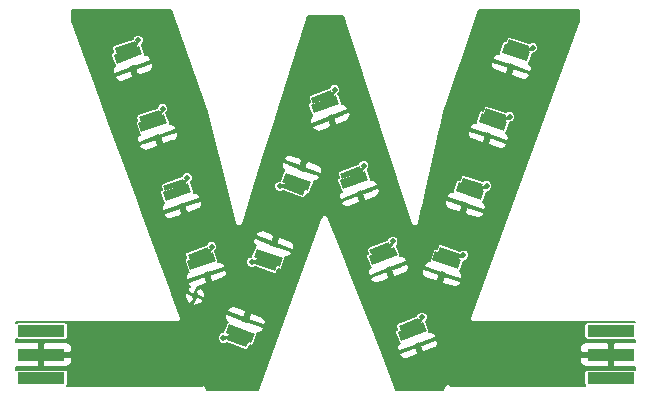
<source format=gtl>
G04 #@! TF.FileFunction,Copper,L1,Top,Signal*
%FSLAX46Y46*%
G04 Gerber Fmt 4.6, Leading zero omitted, Abs format (unit mm)*
G04 Created by KiCad (PCBNEW 4.0.0-rc2-stable) date 3/3/2016 3:48:47 PM*
%MOMM*%
G01*
G04 APERTURE LIST*
%ADD10C,0.150000*%
%ADD11C,0.500000*%
%ADD12R,4.000000X1.000000*%
%ADD13C,0.600000*%
%ADD14C,0.254000*%
%ADD15C,0.152400*%
G04 APERTURE END LIST*
D10*
G36*
X66384880Y-47570085D02*
X64698093Y-46941795D01*
X64872618Y-46473243D01*
X66559405Y-47101533D01*
X66384880Y-47570085D01*
X66384880Y-47570085D01*
G37*
G36*
X67313766Y-45792510D02*
X65158426Y-44989695D01*
X65270122Y-44689822D01*
X67425462Y-45492637D01*
X67313766Y-45792510D01*
X67313766Y-45792510D01*
G37*
G36*
X66793681Y-47188795D02*
X64638341Y-46385980D01*
X64917581Y-45636297D01*
X67072921Y-46439112D01*
X66793681Y-47188795D01*
X66793681Y-47188795D01*
G37*
D11*
X64434414Y-46790225D03*
D10*
G36*
X68777226Y-41147278D02*
X67090439Y-40518988D01*
X67264964Y-40050436D01*
X68951751Y-40678726D01*
X68777226Y-41147278D01*
X68777226Y-41147278D01*
G37*
G36*
X69706112Y-39369703D02*
X67550772Y-38566888D01*
X67662468Y-38267015D01*
X69817808Y-39069830D01*
X69706112Y-39369703D01*
X69706112Y-39369703D01*
G37*
G36*
X69186027Y-40765988D02*
X67030687Y-39963173D01*
X67309927Y-39213490D01*
X69465267Y-40016305D01*
X69186027Y-40765988D01*
X69186027Y-40765988D01*
G37*
D11*
X66826760Y-40367418D03*
D10*
G36*
X71169576Y-34724472D02*
X69482789Y-34096182D01*
X69657314Y-33627630D01*
X71344101Y-34255920D01*
X71169576Y-34724472D01*
X71169576Y-34724472D01*
G37*
G36*
X72098462Y-32946897D02*
X69943122Y-32144082D01*
X70054818Y-31844209D01*
X72210158Y-32647024D01*
X72098462Y-32946897D01*
X72098462Y-32946897D01*
G37*
G36*
X71578377Y-34343182D02*
X69423037Y-33540367D01*
X69702277Y-32790684D01*
X71857617Y-33593499D01*
X71578377Y-34343182D01*
X71578377Y-34343182D01*
G37*
D11*
X69219110Y-33944612D03*
D10*
G36*
X71869463Y-26471898D02*
X73549998Y-25827069D01*
X73729117Y-26293884D01*
X72048582Y-26938713D01*
X71869463Y-26471898D01*
X71869463Y-26471898D01*
G37*
G36*
X72348949Y-28419381D02*
X74496299Y-27595433D01*
X74610935Y-27894195D01*
X72463585Y-28718143D01*
X72348949Y-28419381D01*
X72348949Y-28419381D01*
G37*
G36*
X71815174Y-27028272D02*
X73962524Y-26204324D01*
X74249114Y-26951228D01*
X72101764Y-27775176D01*
X71815174Y-27028272D01*
X71815174Y-27028272D01*
G37*
D11*
X73847998Y-25766279D03*
D10*
G36*
X74333929Y-32894706D02*
X76014464Y-32249877D01*
X76193583Y-32716692D01*
X74513048Y-33361521D01*
X74333929Y-32894706D01*
X74333929Y-32894706D01*
G37*
G36*
X74813415Y-34842189D02*
X76960765Y-34018241D01*
X77075401Y-34317003D01*
X74928051Y-35140951D01*
X74813415Y-34842189D01*
X74813415Y-34842189D01*
G37*
G36*
X74279640Y-33451080D02*
X76426990Y-32627132D01*
X76713580Y-33374036D01*
X74566230Y-34197984D01*
X74279640Y-33451080D01*
X74279640Y-33451080D01*
G37*
D11*
X76312464Y-32189087D03*
D10*
G36*
X76798379Y-39317510D02*
X78478914Y-38672681D01*
X78658033Y-39139496D01*
X76977498Y-39784325D01*
X76798379Y-39317510D01*
X76798379Y-39317510D01*
G37*
G36*
X77277865Y-41264993D02*
X79425215Y-40441045D01*
X79539851Y-40739807D01*
X77392501Y-41563755D01*
X77277865Y-41264993D01*
X77277865Y-41264993D01*
G37*
G36*
X76744090Y-39873884D02*
X78891440Y-39049936D01*
X79178030Y-39796840D01*
X77030680Y-40620788D01*
X76744090Y-39873884D01*
X76744090Y-39873884D01*
G37*
D11*
X78776914Y-38611891D03*
D10*
G36*
X79262835Y-45740317D02*
X80943370Y-45095488D01*
X81122489Y-45562303D01*
X79441954Y-46207132D01*
X79262835Y-45740317D01*
X79262835Y-45740317D01*
G37*
G36*
X79742321Y-47687800D02*
X81889671Y-46863852D01*
X82004307Y-47162614D01*
X79856957Y-47986562D01*
X79742321Y-47687800D01*
X79742321Y-47687800D01*
G37*
G36*
X79208546Y-46296691D02*
X81355896Y-45472743D01*
X81642486Y-46219647D01*
X79495136Y-47043595D01*
X79208546Y-46296691D01*
X79208546Y-46296691D01*
G37*
D11*
X81241370Y-45034698D03*
D10*
G36*
X55215457Y-22239947D02*
X56911429Y-21636888D01*
X57078945Y-22107991D01*
X55382973Y-22711050D01*
X55215457Y-22239947D01*
X55215457Y-22239947D01*
G37*
G36*
X55646619Y-24198696D02*
X57813694Y-23428122D01*
X57920905Y-23729628D01*
X55753830Y-24500202D01*
X55646619Y-24198696D01*
X55646619Y-24198696D01*
G37*
G36*
X55147421Y-22794808D02*
X57314497Y-22024233D01*
X57582523Y-22777998D01*
X55415447Y-23548573D01*
X55147421Y-22794808D01*
X55147421Y-22794808D01*
G37*
D11*
X57210842Y-21583489D03*
D10*
G36*
X57287292Y-28066541D02*
X58983264Y-27463482D01*
X59150780Y-27934585D01*
X57454808Y-28537644D01*
X57287292Y-28066541D01*
X57287292Y-28066541D01*
G37*
G36*
X57718454Y-30025290D02*
X59885529Y-29254716D01*
X59992740Y-29556222D01*
X57825665Y-30326796D01*
X57718454Y-30025290D01*
X57718454Y-30025290D01*
G37*
G36*
X57219256Y-28621402D02*
X59386332Y-27850827D01*
X59654358Y-28604592D01*
X57487282Y-29375167D01*
X57219256Y-28621402D01*
X57219256Y-28621402D01*
G37*
D11*
X59282677Y-27410083D03*
D10*
G36*
X59359130Y-33893140D02*
X61055102Y-33290081D01*
X61222618Y-33761184D01*
X59526646Y-34364243D01*
X59359130Y-33893140D01*
X59359130Y-33893140D01*
G37*
G36*
X59790292Y-35851889D02*
X61957367Y-35081315D01*
X62064578Y-35382821D01*
X59897503Y-36153395D01*
X59790292Y-35851889D01*
X59790292Y-35851889D01*
G37*
G36*
X59291094Y-34448001D02*
X61458170Y-33677426D01*
X61726196Y-34431191D01*
X59559120Y-35201766D01*
X59291094Y-34448001D01*
X59291094Y-34448001D01*
G37*
D11*
X61354515Y-33236682D03*
D10*
G36*
X61430965Y-39719732D02*
X63126937Y-39116673D01*
X63294453Y-39587776D01*
X61598481Y-40190835D01*
X61430965Y-39719732D01*
X61430965Y-39719732D01*
G37*
G36*
X61862127Y-41678481D02*
X64029202Y-40907907D01*
X64136413Y-41209413D01*
X61969338Y-41979987D01*
X61862127Y-41678481D01*
X61862127Y-41678481D01*
G37*
G36*
X61362929Y-40274593D02*
X63530005Y-39504018D01*
X63798031Y-40257783D01*
X61630955Y-41028358D01*
X61362929Y-40274593D01*
X61362929Y-40274593D01*
G37*
D11*
X63426350Y-39063274D03*
D10*
G36*
X88641250Y-21489720D02*
X90348862Y-22058983D01*
X90190734Y-22533320D01*
X88483122Y-21964057D01*
X88641250Y-21489720D01*
X88641250Y-21489720D01*
G37*
G36*
X87774729Y-23298515D02*
X89956678Y-24025907D01*
X89855475Y-24329483D01*
X87673526Y-23602091D01*
X87774729Y-23298515D01*
X87774729Y-23298515D01*
G37*
G36*
X88245953Y-21884993D02*
X90427901Y-22612385D01*
X90174895Y-23371323D01*
X87992947Y-22643931D01*
X88245953Y-21884993D01*
X88245953Y-21884993D01*
G37*
D11*
X90617651Y-22201294D03*
D10*
G36*
X86688410Y-27347628D02*
X88396022Y-27916891D01*
X88237894Y-28391228D01*
X86530282Y-27821965D01*
X86688410Y-27347628D01*
X86688410Y-27347628D01*
G37*
G36*
X85821889Y-29156423D02*
X88003838Y-29883815D01*
X87902635Y-30187391D01*
X85720686Y-29459999D01*
X85821889Y-29156423D01*
X85821889Y-29156423D01*
G37*
G36*
X86293113Y-27742901D02*
X88475061Y-28470293D01*
X88222055Y-29229231D01*
X86040107Y-28501839D01*
X86293113Y-27742901D01*
X86293113Y-27742901D01*
G37*
D11*
X88664811Y-28059202D03*
D10*
G36*
X84735570Y-33205536D02*
X86443182Y-33774799D01*
X86285054Y-34249136D01*
X84577442Y-33679873D01*
X84735570Y-33205536D01*
X84735570Y-33205536D01*
G37*
G36*
X83869049Y-35014331D02*
X86050998Y-35741723D01*
X85949795Y-36045299D01*
X83767846Y-35317907D01*
X83869049Y-35014331D01*
X83869049Y-35014331D01*
G37*
G36*
X84340273Y-33600809D02*
X86522221Y-34328201D01*
X86269215Y-35087139D01*
X84087267Y-34359747D01*
X84340273Y-33600809D01*
X84340273Y-33600809D01*
G37*
D11*
X86711971Y-33917110D03*
D10*
G36*
X82782730Y-39063444D02*
X84490342Y-39632707D01*
X84332214Y-40107044D01*
X82624602Y-39537781D01*
X82782730Y-39063444D01*
X82782730Y-39063444D01*
G37*
G36*
X81916209Y-40872239D02*
X84098158Y-41599631D01*
X83996955Y-41903207D01*
X81815006Y-41175815D01*
X81916209Y-40872239D01*
X81916209Y-40872239D01*
G37*
G36*
X82387433Y-39458717D02*
X84569381Y-40186109D01*
X84316375Y-40945047D01*
X82134427Y-40217655D01*
X82387433Y-39458717D01*
X82387433Y-39458717D01*
G37*
D11*
X84759131Y-39775018D03*
D12*
X49020844Y-46192207D03*
X49020844Y-48192207D03*
X49020844Y-50192207D03*
D13*
X50020844Y-46192207D03*
X50020844Y-48192207D03*
X50020844Y-50192207D03*
D12*
X97224144Y-50192207D03*
X97224144Y-48192207D03*
X97224144Y-46192207D03*
D13*
X96224144Y-50192207D03*
X96224144Y-48192207D03*
X96224144Y-46192207D03*
D11*
X62036601Y-43194978D03*
D14*
X65630000Y-47020000D02*
X65860000Y-46410000D01*
X65630000Y-47020000D02*
X65860000Y-46410000D01*
X65630000Y-47020000D02*
X65860000Y-46410000D01*
X65630000Y-47020000D02*
X65860000Y-46410000D01*
X65630000Y-47020000D02*
X65860000Y-46410000D01*
X65630000Y-47020000D02*
X65860000Y-46410000D01*
X65630000Y-47020000D02*
X65860000Y-46410000D01*
X65630000Y-47020000D02*
X65860000Y-46410000D01*
X65630000Y-47020000D02*
X65860000Y-46410000D01*
X65860000Y-46410000D02*
X64430000Y-46790000D01*
X65860000Y-46410000D02*
X64430000Y-46790000D01*
X65860000Y-46410000D02*
X64430000Y-46790000D01*
X65860000Y-46410000D02*
X64430000Y-46790000D01*
X65860000Y-46410000D02*
X64430000Y-46790000D01*
X65860000Y-46410000D02*
X64430000Y-46790000D01*
X65860000Y-46410000D02*
X64430000Y-46790000D01*
X65860000Y-46410000D02*
X64430000Y-46790000D01*
X65860000Y-46410000D02*
X64430000Y-46790000D01*
X68020000Y-40600000D02*
X68250000Y-39990000D01*
X68020000Y-40600000D02*
X68250000Y-39990000D01*
X68020000Y-40600000D02*
X68250000Y-39990000D01*
X68020000Y-40600000D02*
X68250000Y-39990000D01*
X68020000Y-40600000D02*
X68250000Y-39990000D01*
X68020000Y-40600000D02*
X68250000Y-39990000D01*
X68020000Y-40600000D02*
X68250000Y-39990000D01*
X68020000Y-40600000D02*
X68250000Y-39990000D01*
X68020000Y-40600000D02*
X68250000Y-39990000D01*
X68250000Y-39990000D02*
X66830000Y-40370000D01*
X68250000Y-39990000D02*
X66830000Y-40370000D01*
X68250000Y-39990000D02*
X66830000Y-40370000D01*
X68250000Y-39990000D02*
X66830000Y-40370000D01*
X68250000Y-39990000D02*
X66830000Y-40370000D01*
X68250000Y-39990000D02*
X66830000Y-40370000D01*
X68250000Y-39990000D02*
X66830000Y-40370000D01*
X68250000Y-39990000D02*
X66830000Y-40370000D01*
X68250000Y-39990000D02*
X66830000Y-40370000D01*
X70410000Y-34180000D02*
X70640000Y-33570000D01*
X70410000Y-34180000D02*
X70640000Y-33570000D01*
X70410000Y-34180000D02*
X70640000Y-33570000D01*
X70410000Y-34180000D02*
X70640000Y-33570000D01*
X70410000Y-34180000D02*
X70640000Y-33570000D01*
X70410000Y-34180000D02*
X70640000Y-33570000D01*
X70410000Y-34180000D02*
X70640000Y-33570000D01*
X70410000Y-34180000D02*
X70640000Y-33570000D01*
X70410000Y-34180000D02*
X70640000Y-33570000D01*
X70640000Y-33570000D02*
X69220000Y-33940000D01*
X70640000Y-33570000D02*
X69220000Y-33940000D01*
X70640000Y-33570000D02*
X69220000Y-33940000D01*
X70640000Y-33570000D02*
X69220000Y-33940000D01*
X70640000Y-33570000D02*
X69220000Y-33940000D01*
X70640000Y-33570000D02*
X69220000Y-33940000D01*
X70640000Y-33570000D02*
X69220000Y-33940000D01*
X70640000Y-33570000D02*
X69220000Y-33940000D01*
X70640000Y-33570000D02*
X69220000Y-33940000D01*
X72800000Y-26380000D02*
X73030000Y-26990000D01*
X72800000Y-26380000D02*
X73030000Y-26990000D01*
X72800000Y-26380000D02*
X73030000Y-26990000D01*
X72800000Y-26380000D02*
X73030000Y-26990000D01*
X72800000Y-26380000D02*
X73030000Y-26990000D01*
X72800000Y-26380000D02*
X73030000Y-26990000D01*
X72800000Y-26380000D02*
X73030000Y-26990000D01*
X72800000Y-26380000D02*
X73030000Y-26990000D01*
X72800000Y-26380000D02*
X73030000Y-26990000D01*
X73030000Y-26990000D02*
X73850000Y-25770000D01*
X73030000Y-26990000D02*
X73850000Y-25770000D01*
X73030000Y-26990000D02*
X73850000Y-25770000D01*
X73030000Y-26990000D02*
X73850000Y-25770000D01*
X73030000Y-26990000D02*
X73850000Y-25770000D01*
X73030000Y-26990000D02*
X73850000Y-25770000D01*
X73030000Y-26990000D02*
X73850000Y-25770000D01*
X73030000Y-26990000D02*
X73850000Y-25770000D01*
X73030000Y-26990000D02*
X73850000Y-25770000D01*
X75260000Y-32810000D02*
X75500000Y-33410000D01*
X75260000Y-32810000D02*
X75500000Y-33410000D01*
X75260000Y-32810000D02*
X75500000Y-33410000D01*
X75260000Y-32810000D02*
X75500000Y-33410000D01*
X75260000Y-32810000D02*
X75500000Y-33410000D01*
X75260000Y-32810000D02*
X75500000Y-33410000D01*
X75260000Y-32810000D02*
X75500000Y-33410000D01*
X75260000Y-32810000D02*
X75500000Y-33410000D01*
X75260000Y-32810000D02*
X75500000Y-33410000D01*
X75500000Y-33410000D02*
X76310000Y-32190000D01*
X75500000Y-33410000D02*
X76310000Y-32190000D01*
X75500000Y-33410000D02*
X76310000Y-32190000D01*
X75500000Y-33410000D02*
X76310000Y-32190000D01*
X75500000Y-33410000D02*
X76310000Y-32190000D01*
X75500000Y-33410000D02*
X76310000Y-32190000D01*
X75500000Y-33410000D02*
X76310000Y-32190000D01*
X75500000Y-33410000D02*
X76310000Y-32190000D01*
X75500000Y-33410000D02*
X76310000Y-32190000D01*
X77730000Y-39230000D02*
X77960000Y-39840000D01*
X77730000Y-39230000D02*
X77960000Y-39840000D01*
X77730000Y-39230000D02*
X77960000Y-39840000D01*
X77730000Y-39230000D02*
X77960000Y-39840000D01*
X77730000Y-39230000D02*
X77960000Y-39840000D01*
X77730000Y-39230000D02*
X77960000Y-39840000D01*
X77730000Y-39230000D02*
X77960000Y-39840000D01*
X77730000Y-39230000D02*
X77960000Y-39840000D01*
X77730000Y-39230000D02*
X77960000Y-39840000D01*
X77960000Y-39840000D02*
X78780000Y-38610000D01*
X77960000Y-39840000D02*
X78780000Y-38610000D01*
X77960000Y-39840000D02*
X78780000Y-38610000D01*
X77960000Y-39840000D02*
X78780000Y-38610000D01*
X77960000Y-39840000D02*
X78780000Y-38610000D01*
X77960000Y-39840000D02*
X78780000Y-38610000D01*
X77960000Y-39840000D02*
X78780000Y-38610000D01*
X77960000Y-39840000D02*
X78780000Y-38610000D01*
X77960000Y-39840000D02*
X78780000Y-38610000D01*
X80190000Y-45650000D02*
X80430000Y-46260000D01*
X80190000Y-45650000D02*
X80430000Y-46260000D01*
X80190000Y-45650000D02*
X80430000Y-46260000D01*
X80190000Y-45650000D02*
X80430000Y-46260000D01*
X80190000Y-45650000D02*
X80430000Y-46260000D01*
X80190000Y-45650000D02*
X80430000Y-46260000D01*
X80190000Y-45650000D02*
X80430000Y-46260000D01*
X80190000Y-45650000D02*
X80430000Y-46260000D01*
X80190000Y-45650000D02*
X80430000Y-46260000D01*
X80430000Y-46260000D02*
X81240000Y-45030000D01*
X80430000Y-46260000D02*
X81240000Y-45030000D01*
X80430000Y-46260000D02*
X81240000Y-45030000D01*
X80430000Y-46260000D02*
X81240000Y-45030000D01*
X80430000Y-46260000D02*
X81240000Y-45030000D01*
X80430000Y-46260000D02*
X81240000Y-45030000D01*
X80430000Y-46260000D02*
X81240000Y-45030000D01*
X80430000Y-46260000D02*
X81240000Y-45030000D01*
X80430000Y-46260000D02*
X81240000Y-45030000D01*
X56150000Y-22170000D02*
X56360000Y-22790000D01*
X56150000Y-22170000D02*
X56360000Y-22790000D01*
X56150000Y-22170000D02*
X56360000Y-22790000D01*
X56150000Y-22170000D02*
X56360000Y-22790000D01*
X56150000Y-22170000D02*
X56360000Y-22790000D01*
X56150000Y-22170000D02*
X56360000Y-22790000D01*
X56150000Y-22170000D02*
X56360000Y-22790000D01*
X56150000Y-22170000D02*
X56360000Y-22790000D01*
X56150000Y-22170000D02*
X56360000Y-22790000D01*
X56360000Y-22790000D02*
X57210000Y-21580000D01*
X56360000Y-22790000D02*
X57210000Y-21580000D01*
X56360000Y-22790000D02*
X57210000Y-21580000D01*
X56360000Y-22790000D02*
X57210000Y-21580000D01*
X56360000Y-22790000D02*
X57210000Y-21580000D01*
X56360000Y-22790000D02*
X57210000Y-21580000D01*
X56360000Y-22790000D02*
X57210000Y-21580000D01*
X56360000Y-22790000D02*
X57210000Y-21580000D01*
X56360000Y-22790000D02*
X57210000Y-21580000D01*
X58220000Y-28000000D02*
X58440000Y-28610000D01*
X58220000Y-28000000D02*
X58440000Y-28610000D01*
X58220000Y-28000000D02*
X58440000Y-28610000D01*
X58220000Y-28000000D02*
X58440000Y-28610000D01*
X58220000Y-28000000D02*
X58440000Y-28610000D01*
X58220000Y-28000000D02*
X58440000Y-28610000D01*
X58220000Y-28000000D02*
X58440000Y-28610000D01*
X58220000Y-28000000D02*
X58440000Y-28610000D01*
X58220000Y-28000000D02*
X58440000Y-28610000D01*
X58440000Y-28610000D02*
X59280000Y-27410000D01*
X58440000Y-28610000D02*
X59280000Y-27410000D01*
X58440000Y-28610000D02*
X59280000Y-27410000D01*
X58440000Y-28610000D02*
X59280000Y-27410000D01*
X58440000Y-28610000D02*
X59280000Y-27410000D01*
X58440000Y-28610000D02*
X59280000Y-27410000D01*
X58440000Y-28610000D02*
X59280000Y-27410000D01*
X58440000Y-28610000D02*
X59280000Y-27410000D01*
X58440000Y-28610000D02*
X59280000Y-27410000D01*
X60290000Y-33830000D02*
X60510000Y-34440000D01*
X60290000Y-33830000D02*
X60510000Y-34440000D01*
X60290000Y-33830000D02*
X60510000Y-34440000D01*
X60290000Y-33830000D02*
X60510000Y-34440000D01*
X60290000Y-33830000D02*
X60510000Y-34440000D01*
X60290000Y-33830000D02*
X60510000Y-34440000D01*
X60290000Y-33830000D02*
X60510000Y-34440000D01*
X60290000Y-33830000D02*
X60510000Y-34440000D01*
X60290000Y-33830000D02*
X60510000Y-34440000D01*
X60510000Y-34440000D02*
X61350000Y-33240000D01*
X60510000Y-34440000D02*
X61350000Y-33240000D01*
X60510000Y-34440000D02*
X61350000Y-33240000D01*
X60510000Y-34440000D02*
X61350000Y-33240000D01*
X60510000Y-34440000D02*
X61350000Y-33240000D01*
X60510000Y-34440000D02*
X61350000Y-33240000D01*
X60510000Y-34440000D02*
X61350000Y-33240000D01*
X60510000Y-34440000D02*
X61350000Y-33240000D01*
X60510000Y-34440000D02*
X61350000Y-33240000D01*
X62360000Y-39650000D02*
X62580000Y-40270000D01*
X62360000Y-39650000D02*
X62580000Y-40270000D01*
X62360000Y-39650000D02*
X62580000Y-40270000D01*
X62360000Y-39650000D02*
X62580000Y-40270000D01*
X62360000Y-39650000D02*
X62580000Y-40270000D01*
X62360000Y-39650000D02*
X62580000Y-40270000D01*
X62360000Y-39650000D02*
X62580000Y-40270000D01*
X62360000Y-39650000D02*
X62580000Y-40270000D01*
X62360000Y-39650000D02*
X62580000Y-40270000D01*
X62580000Y-40270000D02*
X63430000Y-39060000D01*
X62580000Y-40270000D02*
X63430000Y-39060000D01*
X62580000Y-40270000D02*
X63430000Y-39060000D01*
X62580000Y-40270000D02*
X63430000Y-39060000D01*
X62580000Y-40270000D02*
X63430000Y-39060000D01*
X62580000Y-40270000D02*
X63430000Y-39060000D01*
X62580000Y-40270000D02*
X63430000Y-39060000D01*
X62580000Y-40270000D02*
X63430000Y-39060000D01*
X62580000Y-40270000D02*
X63430000Y-39060000D01*
X89420000Y-22010000D02*
X89210000Y-22630000D01*
X89420000Y-22010000D02*
X89210000Y-22630000D01*
X89420000Y-22010000D02*
X89210000Y-22630000D01*
X89420000Y-22010000D02*
X89210000Y-22630000D01*
X89420000Y-22010000D02*
X89210000Y-22630000D01*
X89420000Y-22010000D02*
X89210000Y-22630000D01*
X89420000Y-22010000D02*
X89210000Y-22630000D01*
X89420000Y-22010000D02*
X89210000Y-22630000D01*
X89420000Y-22010000D02*
X89210000Y-22630000D01*
X89210000Y-22630000D02*
X90620000Y-22200000D01*
X89210000Y-22630000D02*
X90620000Y-22200000D01*
X89210000Y-22630000D02*
X90620000Y-22200000D01*
X89210000Y-22630000D02*
X90620000Y-22200000D01*
X89210000Y-22630000D02*
X90620000Y-22200000D01*
X89210000Y-22630000D02*
X90620000Y-22200000D01*
X89210000Y-22630000D02*
X90620000Y-22200000D01*
X89210000Y-22630000D02*
X90620000Y-22200000D01*
X89210000Y-22630000D02*
X90620000Y-22200000D01*
X87460000Y-27870000D02*
X87260000Y-28490000D01*
X87460000Y-27870000D02*
X87260000Y-28490000D01*
X87460000Y-27870000D02*
X87260000Y-28490000D01*
X87460000Y-27870000D02*
X87260000Y-28490000D01*
X87460000Y-27870000D02*
X87260000Y-28490000D01*
X87460000Y-27870000D02*
X87260000Y-28490000D01*
X87460000Y-27870000D02*
X87260000Y-28490000D01*
X87460000Y-27870000D02*
X87260000Y-28490000D01*
X87460000Y-27870000D02*
X87260000Y-28490000D01*
X87260000Y-28490000D02*
X88660000Y-28060000D01*
X87260000Y-28490000D02*
X88660000Y-28060000D01*
X87260000Y-28490000D02*
X88660000Y-28060000D01*
X87260000Y-28490000D02*
X88660000Y-28060000D01*
X87260000Y-28490000D02*
X88660000Y-28060000D01*
X87260000Y-28490000D02*
X88660000Y-28060000D01*
X87260000Y-28490000D02*
X88660000Y-28060000D01*
X87260000Y-28490000D02*
X88660000Y-28060000D01*
X87260000Y-28490000D02*
X88660000Y-28060000D01*
X85510000Y-33730000D02*
X85300000Y-34340000D01*
X85510000Y-33730000D02*
X85300000Y-34340000D01*
X85510000Y-33730000D02*
X85300000Y-34340000D01*
X85510000Y-33730000D02*
X85300000Y-34340000D01*
X85510000Y-33730000D02*
X85300000Y-34340000D01*
X85510000Y-33730000D02*
X85300000Y-34340000D01*
X85510000Y-33730000D02*
X85300000Y-34340000D01*
X85510000Y-33730000D02*
X85300000Y-34340000D01*
X85510000Y-33730000D02*
X85300000Y-34340000D01*
X85300000Y-34340000D02*
X86710000Y-33920000D01*
X85300000Y-34340000D02*
X86710000Y-33920000D01*
X85300000Y-34340000D02*
X86710000Y-33920000D01*
X85300000Y-34340000D02*
X86710000Y-33920000D01*
X85300000Y-34340000D02*
X86710000Y-33920000D01*
X85300000Y-34340000D02*
X86710000Y-33920000D01*
X85300000Y-34340000D02*
X86710000Y-33920000D01*
X85300000Y-34340000D02*
X86710000Y-33920000D01*
X85300000Y-34340000D02*
X86710000Y-33920000D01*
X83560000Y-39590000D02*
X83350000Y-40200000D01*
X83560000Y-39590000D02*
X83350000Y-40200000D01*
X83560000Y-39590000D02*
X83350000Y-40200000D01*
X83560000Y-39590000D02*
X83350000Y-40200000D01*
X83560000Y-39590000D02*
X83350000Y-40200000D01*
X83560000Y-39590000D02*
X83350000Y-40200000D01*
X83560000Y-39590000D02*
X83350000Y-40200000D01*
X83560000Y-39590000D02*
X83350000Y-40200000D01*
X83560000Y-39590000D02*
X83350000Y-40200000D01*
X83350000Y-40200000D02*
X84760000Y-39780000D01*
X83350000Y-40200000D02*
X84760000Y-39780000D01*
X83350000Y-40200000D02*
X84760000Y-39780000D01*
X83350000Y-40200000D02*
X84760000Y-39780000D01*
X83350000Y-40200000D02*
X84760000Y-39780000D01*
X83350000Y-40200000D02*
X84760000Y-39780000D01*
X83350000Y-40200000D02*
X84760000Y-39780000D01*
X83350000Y-40200000D02*
X84760000Y-39780000D01*
X83350000Y-40200000D02*
X84760000Y-39780000D01*
D15*
G36*
X63022907Y-27650087D02*
X65430041Y-37088846D01*
X65438693Y-37106940D01*
X65442607Y-37126616D01*
X65461932Y-37155537D01*
X65476936Y-37186915D01*
X65491856Y-37200322D01*
X65503000Y-37217000D01*
X65531922Y-37236325D01*
X65557792Y-37259572D01*
X65576705Y-37266248D01*
X65593384Y-37277393D01*
X65627502Y-37284179D01*
X65660297Y-37295756D01*
X65680325Y-37294686D01*
X65700000Y-37298600D01*
X65830000Y-37298600D01*
X65842404Y-37296133D01*
X65854980Y-37297478D01*
X65895347Y-37285602D01*
X65936616Y-37277393D01*
X65947132Y-37270366D01*
X65959264Y-37266797D01*
X65992014Y-37240377D01*
X66027000Y-37217000D01*
X66034025Y-37206486D01*
X66043870Y-37198544D01*
X66064016Y-37161602D01*
X66087393Y-37126616D01*
X66089861Y-37114210D01*
X66095915Y-37103108D01*
X66624476Y-35411900D01*
X74406286Y-35411900D01*
X74424254Y-35458726D01*
X74584210Y-35627332D01*
X74796514Y-35721890D01*
X75028843Y-35728006D01*
X75245827Y-35644748D01*
X75908653Y-35390419D01*
X75992689Y-35201742D01*
X75807068Y-34717981D01*
X74490322Y-35223222D01*
X74406286Y-35411900D01*
X66624476Y-35411900D01*
X67053433Y-34039394D01*
X68740427Y-34039394D01*
X68813136Y-34215363D01*
X68947651Y-34350112D01*
X69123493Y-34423128D01*
X69313892Y-34423295D01*
X69489861Y-34350586D01*
X69492085Y-34348366D01*
X71088220Y-34942890D01*
X71173170Y-34957522D01*
X71263556Y-34937763D01*
X71339134Y-34884395D01*
X71387994Y-34805828D01*
X71481163Y-34555693D01*
X71497021Y-34561600D01*
X71581971Y-34576232D01*
X71672357Y-34556473D01*
X71747935Y-34503105D01*
X71796795Y-34424538D01*
X72076035Y-33674855D01*
X72090667Y-33589905D01*
X72078056Y-33532216D01*
X72235699Y-33526517D01*
X72417625Y-33443337D01*
X74046691Y-33443337D01*
X74062031Y-33534577D01*
X74348621Y-34281481D01*
X74393851Y-34354863D01*
X74441475Y-34389778D01*
X74327035Y-34498347D01*
X74232475Y-34710651D01*
X74226359Y-34942979D01*
X74244327Y-34989806D01*
X74433004Y-35073842D01*
X75692434Y-34590592D01*
X76139067Y-34590592D01*
X76324688Y-35074352D01*
X76513365Y-35158388D01*
X77176191Y-34904059D01*
X77393175Y-34820801D01*
X77561781Y-34660845D01*
X77656341Y-34448541D01*
X77662457Y-34216213D01*
X77644489Y-34169386D01*
X77455812Y-34085350D01*
X76139067Y-34590592D01*
X75692434Y-34590592D01*
X75749749Y-34568600D01*
X75721090Y-34493911D01*
X76053089Y-34366521D01*
X76081748Y-34441211D01*
X77398494Y-33935970D01*
X77482530Y-33747292D01*
X77464562Y-33700466D01*
X77304606Y-33531860D01*
X77092302Y-33437302D01*
X76934338Y-33433144D01*
X76946529Y-33381779D01*
X76931189Y-33290539D01*
X76644599Y-32543635D01*
X76640840Y-32537536D01*
X76717964Y-32460546D01*
X76790980Y-32284704D01*
X76791147Y-32094305D01*
X76718438Y-31918336D01*
X76583923Y-31783587D01*
X76408081Y-31710571D01*
X76217682Y-31710404D01*
X76041713Y-31783113D01*
X75906964Y-31917628D01*
X75845790Y-32064951D01*
X74250432Y-32677097D01*
X74177050Y-32722327D01*
X74122345Y-32796943D01*
X74100980Y-32886963D01*
X74116320Y-32978203D01*
X74211941Y-33227409D01*
X74196143Y-33233471D01*
X74122762Y-33278701D01*
X74068056Y-33353317D01*
X74046691Y-33443337D01*
X72417625Y-33443337D01*
X72447064Y-33429877D01*
X72605357Y-33259708D01*
X72622863Y-33212708D01*
X72536978Y-33024865D01*
X71215333Y-32532582D01*
X71187409Y-32607550D01*
X70854175Y-32483429D01*
X70882099Y-32408460D01*
X70812796Y-32382646D01*
X71271181Y-32382646D01*
X72592826Y-32874928D01*
X72780669Y-32789043D01*
X72798175Y-32742043D01*
X72789778Y-32509785D01*
X72693137Y-32298421D01*
X72522968Y-32140129D01*
X72305177Y-32059006D01*
X71639884Y-31811200D01*
X71452041Y-31897085D01*
X71271181Y-32382646D01*
X70812796Y-32382646D01*
X69560454Y-31916178D01*
X69372611Y-32002063D01*
X69355105Y-32049063D01*
X69363502Y-32281321D01*
X69460143Y-32492685D01*
X69575843Y-32600310D01*
X69532719Y-32630761D01*
X69483859Y-32709328D01*
X69204619Y-33459011D01*
X69203415Y-33465998D01*
X69124328Y-33465929D01*
X68948359Y-33538638D01*
X68813610Y-33673153D01*
X68740594Y-33848995D01*
X68740427Y-34039394D01*
X67053433Y-34039394D01*
X67822580Y-31578398D01*
X69530417Y-31578398D01*
X69616302Y-31766241D01*
X70937947Y-32258524D01*
X71118807Y-31772963D01*
X71032922Y-31585120D01*
X70367629Y-31337314D01*
X70149838Y-31256192D01*
X69917581Y-31264589D01*
X69706216Y-31361229D01*
X69547923Y-31531398D01*
X69530417Y-31578398D01*
X67822580Y-31578398D01*
X68631828Y-28989092D01*
X71941820Y-28989092D01*
X71959788Y-29035918D01*
X72119744Y-29204524D01*
X72332048Y-29299082D01*
X72564377Y-29305198D01*
X72781361Y-29221940D01*
X73444187Y-28967611D01*
X73528223Y-28778934D01*
X73342602Y-28295173D01*
X72025856Y-28800414D01*
X71941820Y-28989092D01*
X68631828Y-28989092D01*
X69247074Y-27020529D01*
X71582225Y-27020529D01*
X71597565Y-27111769D01*
X71884155Y-27858673D01*
X71929385Y-27932055D01*
X71977009Y-27966970D01*
X71862569Y-28075539D01*
X71768009Y-28287843D01*
X71761893Y-28520171D01*
X71779861Y-28566998D01*
X71968538Y-28651034D01*
X73227968Y-28167784D01*
X73674601Y-28167784D01*
X73860222Y-28651544D01*
X74048899Y-28735580D01*
X74711725Y-28481251D01*
X74928709Y-28397993D01*
X75097315Y-28238037D01*
X75191875Y-28025733D01*
X75197991Y-27793405D01*
X75180023Y-27746578D01*
X74991346Y-27662542D01*
X73674601Y-28167784D01*
X73227968Y-28167784D01*
X73285283Y-28145792D01*
X73256624Y-28071103D01*
X73588623Y-27943713D01*
X73617282Y-28018403D01*
X74934028Y-27513162D01*
X75018064Y-27324484D01*
X75000096Y-27277658D01*
X74840140Y-27109052D01*
X74627836Y-27014494D01*
X74469872Y-27010336D01*
X74482063Y-26958971D01*
X74466723Y-26867731D01*
X74180133Y-26120827D01*
X74176374Y-26114728D01*
X74253498Y-26037738D01*
X74326514Y-25861896D01*
X74326681Y-25671497D01*
X74253972Y-25495528D01*
X74119457Y-25360779D01*
X73943615Y-25287763D01*
X73753216Y-25287596D01*
X73577247Y-25360305D01*
X73442498Y-25494820D01*
X73381324Y-25642143D01*
X71785966Y-26254289D01*
X71712584Y-26299519D01*
X71657879Y-26374135D01*
X71636514Y-26464155D01*
X71651854Y-26555395D01*
X71747475Y-26804601D01*
X71731677Y-26810663D01*
X71658296Y-26855893D01*
X71603590Y-26930509D01*
X71582225Y-27020529D01*
X69247074Y-27020529D01*
X71594818Y-19508600D01*
X74528230Y-19508600D01*
X80305298Y-37106895D01*
X80310529Y-37116170D01*
X80312607Y-37126616D01*
X80337069Y-37163226D01*
X80358700Y-37201578D01*
X80367084Y-37208146D01*
X80373000Y-37217000D01*
X80409607Y-37241460D01*
X80444271Y-37268617D01*
X80454530Y-37271477D01*
X80463384Y-37277393D01*
X80506562Y-37285982D01*
X80548983Y-37297807D01*
X80559557Y-37296523D01*
X80570000Y-37298600D01*
X80710000Y-37298600D01*
X80733477Y-37293930D01*
X80757411Y-37294537D01*
X80786280Y-37283427D01*
X80816616Y-37277393D01*
X80836522Y-37264092D01*
X80858862Y-37255495D01*
X80881281Y-37234185D01*
X80907000Y-37217000D01*
X80920299Y-37197097D01*
X80937651Y-37180603D01*
X80950209Y-37152334D01*
X80967393Y-37126616D01*
X80972063Y-37103137D01*
X80981782Y-37081259D01*
X81190896Y-36153495D01*
X84888927Y-36153495D01*
X84981291Y-36338238D01*
X85654797Y-36562763D01*
X85875277Y-36636264D01*
X86107102Y-36619796D01*
X86314979Y-36515867D01*
X86467259Y-36340297D01*
X86483121Y-36292716D01*
X86390757Y-36107973D01*
X85052796Y-35661939D01*
X84888927Y-36153495D01*
X81190896Y-36153495D01*
X81396031Y-35243390D01*
X83176881Y-35243390D01*
X83193349Y-35475214D01*
X83297280Y-35683091D01*
X83472849Y-35835371D01*
X83693329Y-35908872D01*
X84366835Y-36133398D01*
X84551578Y-36041033D01*
X84715447Y-35549478D01*
X83377486Y-35103445D01*
X83192743Y-35195809D01*
X83176881Y-35243390D01*
X81396031Y-35243390D01*
X81503427Y-34766914D01*
X83335723Y-34766914D01*
X83428087Y-34951657D01*
X84766048Y-35397691D01*
X84791349Y-35321797D01*
X85128698Y-35434258D01*
X85103397Y-35510152D01*
X86441358Y-35956185D01*
X86626101Y-35863821D01*
X86641963Y-35816240D01*
X86625495Y-35584416D01*
X86521564Y-35376539D01*
X86402192Y-35273002D01*
X86444231Y-35241070D01*
X86490330Y-35160852D01*
X86743336Y-34401914D01*
X86744180Y-34395738D01*
X86806753Y-34395793D01*
X86982722Y-34323084D01*
X87117471Y-34188569D01*
X87190487Y-34012727D01*
X87190654Y-33822328D01*
X87117945Y-33646359D01*
X86983430Y-33511610D01*
X86807588Y-33438594D01*
X86617189Y-33438427D01*
X86441220Y-33511136D01*
X86428213Y-33524120D01*
X84809283Y-32984421D01*
X84723875Y-32972752D01*
X84634231Y-32995642D01*
X84560554Y-33051605D01*
X84514455Y-33131824D01*
X84430039Y-33385046D01*
X84413986Y-33379694D01*
X84328579Y-33368025D01*
X84238934Y-33390914D01*
X84165257Y-33446878D01*
X84119158Y-33527096D01*
X83866152Y-34286034D01*
X83854483Y-34371441D01*
X83869092Y-34428656D01*
X83711742Y-34439834D01*
X83503865Y-34543763D01*
X83351585Y-34719333D01*
X83335723Y-34766914D01*
X81503427Y-34766914D01*
X82511250Y-30295587D01*
X86841767Y-30295587D01*
X86934131Y-30480330D01*
X87607637Y-30704855D01*
X87828117Y-30778356D01*
X88059942Y-30761888D01*
X88267819Y-30657959D01*
X88420099Y-30482389D01*
X88435961Y-30434808D01*
X88343597Y-30250065D01*
X87005636Y-29804031D01*
X86841767Y-30295587D01*
X82511250Y-30295587D01*
X82716385Y-29385482D01*
X85129721Y-29385482D01*
X85146189Y-29617306D01*
X85250120Y-29825183D01*
X85425689Y-29977463D01*
X85646169Y-30050964D01*
X86319675Y-30275490D01*
X86504418Y-30183125D01*
X86668287Y-29691570D01*
X85330326Y-29245537D01*
X85145583Y-29337901D01*
X85129721Y-29385482D01*
X82716385Y-29385482D01*
X82823781Y-28909006D01*
X85288563Y-28909006D01*
X85380927Y-29093749D01*
X86718888Y-29539783D01*
X86744189Y-29463889D01*
X87081538Y-29576350D01*
X87056237Y-29652244D01*
X88394198Y-30098277D01*
X88578941Y-30005913D01*
X88594803Y-29958332D01*
X88578335Y-29726508D01*
X88474404Y-29518631D01*
X88355032Y-29415094D01*
X88397071Y-29383162D01*
X88443170Y-29302944D01*
X88696176Y-28544006D01*
X88697020Y-28537830D01*
X88759593Y-28537885D01*
X88935562Y-28465176D01*
X89070311Y-28330661D01*
X89143327Y-28154819D01*
X89143494Y-27964420D01*
X89070785Y-27788451D01*
X88936270Y-27653702D01*
X88760428Y-27580686D01*
X88570029Y-27580519D01*
X88394060Y-27653228D01*
X88381053Y-27666212D01*
X86762123Y-27126513D01*
X86676715Y-27114844D01*
X86587071Y-27137734D01*
X86513394Y-27193697D01*
X86467295Y-27273916D01*
X86382879Y-27527138D01*
X86366826Y-27521786D01*
X86281419Y-27510117D01*
X86191774Y-27533006D01*
X86118097Y-27588970D01*
X86071998Y-27669188D01*
X85818992Y-28428126D01*
X85807323Y-28513533D01*
X85821932Y-28570748D01*
X85664582Y-28581926D01*
X85456705Y-28685855D01*
X85304425Y-28861425D01*
X85288563Y-28909006D01*
X82823781Y-28909006D01*
X83108404Y-27646248D01*
X84214181Y-24437679D01*
X88794607Y-24437679D01*
X88886971Y-24622422D01*
X89560477Y-24846947D01*
X89780957Y-24920448D01*
X90012782Y-24903980D01*
X90220659Y-24800051D01*
X90372939Y-24624481D01*
X90388801Y-24576900D01*
X90296437Y-24392157D01*
X88958476Y-23946123D01*
X88794607Y-24437679D01*
X84214181Y-24437679D01*
X84527833Y-23527574D01*
X87082561Y-23527574D01*
X87099029Y-23759398D01*
X87202960Y-23967275D01*
X87378529Y-24119555D01*
X87599009Y-24193056D01*
X88272515Y-24417582D01*
X88457258Y-24325217D01*
X88621127Y-23833662D01*
X87283166Y-23387629D01*
X87098423Y-23479993D01*
X87082561Y-23527574D01*
X84527833Y-23527574D01*
X84692042Y-23051098D01*
X87241403Y-23051098D01*
X87333767Y-23235841D01*
X88671728Y-23681875D01*
X88697029Y-23605981D01*
X89034378Y-23718442D01*
X89009077Y-23794336D01*
X90347038Y-24240369D01*
X90531781Y-24148005D01*
X90547643Y-24100424D01*
X90531175Y-23868600D01*
X90427244Y-23660723D01*
X90307872Y-23557186D01*
X90349911Y-23525254D01*
X90396010Y-23445036D01*
X90649016Y-22686098D01*
X90649860Y-22679922D01*
X90712433Y-22679977D01*
X90888402Y-22607268D01*
X91023151Y-22472753D01*
X91096167Y-22296911D01*
X91096334Y-22106512D01*
X91023625Y-21930543D01*
X90889110Y-21795794D01*
X90713268Y-21722778D01*
X90522869Y-21722611D01*
X90346900Y-21795320D01*
X90333893Y-21808304D01*
X88714963Y-21268605D01*
X88629555Y-21256936D01*
X88539911Y-21279826D01*
X88466234Y-21335789D01*
X88420135Y-21416008D01*
X88335719Y-21669230D01*
X88319666Y-21663878D01*
X88234259Y-21652209D01*
X88144614Y-21675098D01*
X88070937Y-21731062D01*
X88024838Y-21811280D01*
X87771832Y-22570218D01*
X87760163Y-22655625D01*
X87774772Y-22712840D01*
X87617422Y-22724018D01*
X87409545Y-22827947D01*
X87257265Y-23003517D01*
X87241403Y-23051098D01*
X84692042Y-23051098D01*
X86088666Y-18998600D01*
X94561400Y-18998600D01*
X94561400Y-19970254D01*
X85308617Y-45053580D01*
X85300957Y-45101955D01*
X85291400Y-45150000D01*
X85292485Y-45155454D01*
X85291615Y-45160947D01*
X85303051Y-45208576D01*
X85312607Y-45256616D01*
X85315697Y-45261240D01*
X85316995Y-45266647D01*
X85345792Y-45306280D01*
X85373000Y-45347000D01*
X85377622Y-45350088D01*
X85380892Y-45354589D01*
X85422663Y-45380184D01*
X85463384Y-45407393D01*
X85468839Y-45408478D01*
X85473580Y-45411383D01*
X85521955Y-45419043D01*
X85570000Y-45428600D01*
X99261400Y-45428600D01*
X99261400Y-45466673D01*
X99224144Y-45459129D01*
X95224144Y-45459129D01*
X95139430Y-45475069D01*
X95061626Y-45525135D01*
X95009429Y-45601527D01*
X94991066Y-45692207D01*
X94991066Y-46692207D01*
X95007006Y-46776921D01*
X95057072Y-46854725D01*
X95133464Y-46906922D01*
X95224144Y-46925285D01*
X99224144Y-46925285D01*
X99261400Y-46918275D01*
X99261400Y-47108007D01*
X97547994Y-47108007D01*
X97401944Y-47254057D01*
X97401944Y-48014407D01*
X97421944Y-48014407D01*
X97421944Y-48370007D01*
X97401944Y-48370007D01*
X97401944Y-49130357D01*
X97547994Y-49276407D01*
X99261400Y-49276407D01*
X99261400Y-49466673D01*
X99224144Y-49459129D01*
X95224144Y-49459129D01*
X95139430Y-49475069D01*
X95061626Y-49525135D01*
X95009429Y-49601527D01*
X94991066Y-49692207D01*
X94991066Y-50692207D01*
X95007006Y-50776921D01*
X95057072Y-50854725D01*
X95081476Y-50871400D01*
X83704955Y-50871400D01*
X83697393Y-50833384D01*
X83694197Y-50828601D01*
X83692847Y-50823011D01*
X83664109Y-50783571D01*
X83637000Y-50743000D01*
X83632219Y-50739805D01*
X83628831Y-50735156D01*
X83587193Y-50709720D01*
X83546616Y-50682607D01*
X83540973Y-50681485D01*
X83536066Y-50678487D01*
X83487866Y-50670921D01*
X83440000Y-50661400D01*
X83434359Y-50662522D01*
X83428676Y-50661630D01*
X83381241Y-50673088D01*
X83333384Y-50682607D01*
X83328601Y-50685803D01*
X83323011Y-50687153D01*
X83283571Y-50715891D01*
X83243000Y-50743000D01*
X83239805Y-50747781D01*
X83235156Y-50751169D01*
X83209715Y-50792815D01*
X83182607Y-50833384D01*
X83181485Y-50839025D01*
X83178486Y-50843934D01*
X83065540Y-51151400D01*
X79089430Y-51151400D01*
X77945199Y-48257511D01*
X79335192Y-48257511D01*
X79353160Y-48304337D01*
X79513116Y-48472943D01*
X79725420Y-48567501D01*
X79957749Y-48573617D01*
X80174733Y-48490359D01*
X80837559Y-48236030D01*
X80921595Y-48047353D01*
X80735974Y-47563592D01*
X79419228Y-48068833D01*
X79335192Y-48257511D01*
X77945199Y-48257511D01*
X77166837Y-46288948D01*
X78975597Y-46288948D01*
X78990937Y-46380188D01*
X79277527Y-47127092D01*
X79322757Y-47200474D01*
X79370381Y-47235389D01*
X79255941Y-47343958D01*
X79161381Y-47556262D01*
X79155265Y-47788590D01*
X79173233Y-47835417D01*
X79361910Y-47919453D01*
X80621340Y-47436203D01*
X81067973Y-47436203D01*
X81253594Y-47919963D01*
X81442271Y-48003999D01*
X82105097Y-47749670D01*
X82322081Y-47666412D01*
X82417380Y-47576002D01*
X94639944Y-47576002D01*
X94639944Y-47868357D01*
X94785994Y-48014407D01*
X95356224Y-48014407D01*
X95324732Y-48130540D01*
X95355526Y-48370007D01*
X94785994Y-48370007D01*
X94639944Y-48516057D01*
X94639944Y-48808412D01*
X94728883Y-49023130D01*
X94893222Y-49187468D01*
X95107940Y-49276407D01*
X96900294Y-49276407D01*
X97046344Y-49130357D01*
X97046344Y-48538605D01*
X97123556Y-48253874D01*
X97078691Y-47904990D01*
X97046344Y-47826897D01*
X97046344Y-47254057D01*
X96900294Y-47108007D01*
X95107940Y-47108007D01*
X94893222Y-47196946D01*
X94728883Y-47361284D01*
X94639944Y-47576002D01*
X82417380Y-47576002D01*
X82490687Y-47506456D01*
X82585247Y-47294152D01*
X82591363Y-47061824D01*
X82573395Y-47014997D01*
X82384718Y-46930961D01*
X81067973Y-47436203D01*
X80621340Y-47436203D01*
X80678655Y-47414211D01*
X80649996Y-47339522D01*
X80981995Y-47212132D01*
X81010654Y-47286822D01*
X82327400Y-46781581D01*
X82411436Y-46592903D01*
X82393468Y-46546077D01*
X82233512Y-46377471D01*
X82021208Y-46282913D01*
X81863244Y-46278755D01*
X81875435Y-46227390D01*
X81860095Y-46136150D01*
X81573505Y-45389246D01*
X81569746Y-45383147D01*
X81646870Y-45306157D01*
X81719886Y-45130315D01*
X81720053Y-44939916D01*
X81647344Y-44763947D01*
X81512829Y-44629198D01*
X81336987Y-44556182D01*
X81146588Y-44556015D01*
X80970619Y-44628724D01*
X80835870Y-44763239D01*
X80774696Y-44910562D01*
X79179338Y-45522708D01*
X79105956Y-45567938D01*
X79051251Y-45642554D01*
X79029886Y-45732574D01*
X79045226Y-45823814D01*
X79140847Y-46073020D01*
X79125049Y-46079082D01*
X79051668Y-46124312D01*
X78996962Y-46198928D01*
X78975597Y-46288948D01*
X77166837Y-46288948D01*
X75405646Y-41834704D01*
X76870736Y-41834704D01*
X76888704Y-41881530D01*
X77048660Y-42050136D01*
X77260964Y-42144694D01*
X77493293Y-42150810D01*
X77710277Y-42067552D01*
X77856611Y-42011403D01*
X82936087Y-42011403D01*
X83028451Y-42196146D01*
X83701957Y-42420671D01*
X83922437Y-42494172D01*
X84154262Y-42477704D01*
X84362139Y-42373775D01*
X84514419Y-42198205D01*
X84530281Y-42150624D01*
X84437917Y-41965881D01*
X83099956Y-41519847D01*
X82936087Y-42011403D01*
X77856611Y-42011403D01*
X78373103Y-41813223D01*
X78457139Y-41624546D01*
X78271518Y-41140785D01*
X76954772Y-41646026D01*
X76870736Y-41834704D01*
X75405646Y-41834704D01*
X74627283Y-39866141D01*
X76511141Y-39866141D01*
X76526481Y-39957381D01*
X76813071Y-40704285D01*
X76858301Y-40777667D01*
X76905925Y-40812582D01*
X76791485Y-40921151D01*
X76696925Y-41133455D01*
X76690809Y-41365783D01*
X76708777Y-41412610D01*
X76897454Y-41496646D01*
X78156884Y-41013396D01*
X78603517Y-41013396D01*
X78789138Y-41497156D01*
X78977815Y-41581192D01*
X79640641Y-41326863D01*
X79857625Y-41243605D01*
X80007627Y-41101298D01*
X81224041Y-41101298D01*
X81240509Y-41333122D01*
X81344440Y-41540999D01*
X81520009Y-41693279D01*
X81740489Y-41766780D01*
X82413995Y-41991306D01*
X82598738Y-41898941D01*
X82762607Y-41407386D01*
X81424646Y-40961353D01*
X81239903Y-41053717D01*
X81224041Y-41101298D01*
X80007627Y-41101298D01*
X80026231Y-41083649D01*
X80120791Y-40871345D01*
X80126907Y-40639017D01*
X80121461Y-40624822D01*
X81382883Y-40624822D01*
X81475247Y-40809565D01*
X82813208Y-41255599D01*
X82838509Y-41179705D01*
X83175858Y-41292166D01*
X83150557Y-41368060D01*
X84488518Y-41814093D01*
X84673261Y-41721729D01*
X84689123Y-41674148D01*
X84672655Y-41442324D01*
X84568724Y-41234447D01*
X84449352Y-41130910D01*
X84491391Y-41098978D01*
X84537490Y-41018760D01*
X84790496Y-40259822D01*
X84791340Y-40253646D01*
X84853913Y-40253701D01*
X85029882Y-40180992D01*
X85164631Y-40046477D01*
X85237647Y-39870635D01*
X85237814Y-39680236D01*
X85165105Y-39504267D01*
X85030590Y-39369518D01*
X84854748Y-39296502D01*
X84664349Y-39296335D01*
X84488380Y-39369044D01*
X84475373Y-39382028D01*
X82856443Y-38842329D01*
X82771035Y-38830660D01*
X82681391Y-38853550D01*
X82607714Y-38909513D01*
X82561615Y-38989732D01*
X82477199Y-39242954D01*
X82461146Y-39237602D01*
X82375739Y-39225933D01*
X82286094Y-39248822D01*
X82212417Y-39304786D01*
X82166318Y-39385004D01*
X81913312Y-40143942D01*
X81901643Y-40229349D01*
X81916252Y-40286564D01*
X81758902Y-40297742D01*
X81551025Y-40401671D01*
X81398745Y-40577241D01*
X81382883Y-40624822D01*
X80121461Y-40624822D01*
X80108939Y-40592190D01*
X79920262Y-40508154D01*
X78603517Y-41013396D01*
X78156884Y-41013396D01*
X78214199Y-40991404D01*
X78185540Y-40916715D01*
X78517539Y-40789325D01*
X78546198Y-40864015D01*
X79862944Y-40358774D01*
X79946980Y-40170096D01*
X79929012Y-40123270D01*
X79769056Y-39954664D01*
X79556752Y-39860106D01*
X79398788Y-39855948D01*
X79410979Y-39804583D01*
X79395639Y-39713343D01*
X79109049Y-38966439D01*
X79105290Y-38960340D01*
X79182414Y-38883350D01*
X79255430Y-38707508D01*
X79255597Y-38517109D01*
X79182888Y-38341140D01*
X79048373Y-38206391D01*
X78872531Y-38133375D01*
X78682132Y-38133208D01*
X78506163Y-38205917D01*
X78371414Y-38340432D01*
X78310240Y-38487755D01*
X76714882Y-39099901D01*
X76641500Y-39145131D01*
X76586795Y-39219747D01*
X76565430Y-39309767D01*
X76580770Y-39401007D01*
X76676391Y-39650213D01*
X76660593Y-39656275D01*
X76587212Y-39701505D01*
X76532506Y-39776121D01*
X76511141Y-39866141D01*
X74627283Y-39866141D01*
X73319083Y-36557560D01*
X73317840Y-36555634D01*
X73317393Y-36553384D01*
X73288420Y-36510023D01*
X73260159Y-36466210D01*
X73258273Y-36464905D01*
X73257000Y-36463000D01*
X73213658Y-36434039D01*
X73170763Y-36404364D01*
X73168522Y-36403880D01*
X73166616Y-36402607D01*
X73115492Y-36392438D01*
X73064504Y-36381436D01*
X73062247Y-36381847D01*
X73060000Y-36381400D01*
X72970000Y-36381400D01*
X72964312Y-36382531D01*
X72958582Y-36381634D01*
X72911201Y-36393096D01*
X72863384Y-36402607D01*
X72858561Y-36405830D01*
X72852925Y-36407193D01*
X72813537Y-36435914D01*
X72773000Y-36463000D01*
X72769778Y-36467822D01*
X72765092Y-36471239D01*
X72739695Y-36512844D01*
X72712607Y-36553384D01*
X72711475Y-36559074D01*
X72708454Y-36564023D01*
X67355469Y-51151400D01*
X63062461Y-51151400D01*
X62990571Y-50961406D01*
X62988249Y-50957686D01*
X62987393Y-50953384D01*
X62959550Y-50911715D01*
X62933006Y-50869194D01*
X62929435Y-50866645D01*
X62927000Y-50863000D01*
X62885332Y-50835158D01*
X62844535Y-50806032D01*
X62840263Y-50805044D01*
X62836616Y-50802607D01*
X62787465Y-50792830D01*
X62738627Y-50781533D01*
X62734300Y-50782255D01*
X62730000Y-50781400D01*
X62680850Y-50791176D01*
X62631406Y-50799429D01*
X62627686Y-50801751D01*
X62623384Y-50802607D01*
X62581715Y-50830450D01*
X62539194Y-50856994D01*
X62536645Y-50860565D01*
X62533000Y-50863000D01*
X62527387Y-50871400D01*
X51164526Y-50871400D01*
X51183362Y-50859279D01*
X51235559Y-50782887D01*
X51253922Y-50692207D01*
X51253922Y-49692207D01*
X51237982Y-49607493D01*
X51187916Y-49529689D01*
X51111524Y-49477492D01*
X51020844Y-49459129D01*
X47020844Y-49459129D01*
X46936130Y-49475069D01*
X46908600Y-49492784D01*
X46908600Y-49276407D01*
X48696994Y-49276407D01*
X48843044Y-49130357D01*
X48843044Y-48370007D01*
X48823044Y-48370007D01*
X48823044Y-48130540D01*
X49121432Y-48130540D01*
X49166297Y-48479424D01*
X49198644Y-48557517D01*
X49198644Y-49130357D01*
X49344694Y-49276407D01*
X51137048Y-49276407D01*
X51351766Y-49187468D01*
X51516105Y-49023130D01*
X51605044Y-48808412D01*
X51605044Y-48516057D01*
X51458994Y-48370007D01*
X50888764Y-48370007D01*
X50920256Y-48253874D01*
X50889462Y-48014407D01*
X51458994Y-48014407D01*
X51605044Y-47868357D01*
X51605044Y-47576002D01*
X51516105Y-47361284D01*
X51351766Y-47196946D01*
X51137048Y-47108007D01*
X49344694Y-47108007D01*
X49198644Y-47254057D01*
X49198644Y-47845809D01*
X49121432Y-48130540D01*
X48823044Y-48130540D01*
X48823044Y-48014407D01*
X48843044Y-48014407D01*
X48843044Y-47254057D01*
X48696994Y-47108007D01*
X46908600Y-47108007D01*
X46908600Y-46892188D01*
X46930164Y-46906922D01*
X47020844Y-46925285D01*
X51020844Y-46925285D01*
X51105558Y-46909345D01*
X51143379Y-46885007D01*
X63955731Y-46885007D01*
X64028440Y-47060976D01*
X64162955Y-47195725D01*
X64338797Y-47268741D01*
X64529196Y-47268908D01*
X64705165Y-47196199D01*
X64707389Y-47193979D01*
X66303524Y-47788503D01*
X66388474Y-47803135D01*
X66478860Y-47783376D01*
X66554438Y-47730008D01*
X66603298Y-47651441D01*
X66696467Y-47401306D01*
X66712325Y-47407213D01*
X66797275Y-47421845D01*
X66887661Y-47402086D01*
X66963239Y-47348718D01*
X67012099Y-47270151D01*
X67291339Y-46520468D01*
X67305971Y-46435518D01*
X67293360Y-46377829D01*
X67451003Y-46372130D01*
X67662368Y-46275490D01*
X67820661Y-46105321D01*
X67838167Y-46058321D01*
X67752282Y-45870478D01*
X66430637Y-45378195D01*
X66402713Y-45453163D01*
X66069479Y-45329042D01*
X66097403Y-45254073D01*
X66028100Y-45228259D01*
X66486485Y-45228259D01*
X67808130Y-45720541D01*
X67995973Y-45634656D01*
X68013479Y-45587656D01*
X68005082Y-45355398D01*
X67908441Y-45144034D01*
X67738272Y-44985742D01*
X67520481Y-44904619D01*
X66855188Y-44656813D01*
X66667345Y-44742698D01*
X66486485Y-45228259D01*
X66028100Y-45228259D01*
X64775758Y-44761791D01*
X64587915Y-44847676D01*
X64570409Y-44894676D01*
X64578806Y-45126934D01*
X64675447Y-45338298D01*
X64791147Y-45445923D01*
X64748023Y-45476374D01*
X64699163Y-45554941D01*
X64419923Y-46304624D01*
X64418719Y-46311611D01*
X64339632Y-46311542D01*
X64163663Y-46384251D01*
X64028914Y-46518766D01*
X63955898Y-46694608D01*
X63955731Y-46885007D01*
X51143379Y-46885007D01*
X51183362Y-46859279D01*
X51235559Y-46782887D01*
X51253922Y-46692207D01*
X51253922Y-45692207D01*
X51237982Y-45607493D01*
X51187916Y-45529689D01*
X51111524Y-45477492D01*
X51020844Y-45459129D01*
X47020844Y-45459129D01*
X46936130Y-45475069D01*
X46908600Y-45492784D01*
X46908600Y-45428600D01*
X60560000Y-45428600D01*
X60607862Y-45419080D01*
X60656053Y-45411518D01*
X60660966Y-45408517D01*
X60666616Y-45407393D01*
X60707194Y-45380279D01*
X60748820Y-45354853D01*
X60752211Y-45350200D01*
X60757000Y-45347000D01*
X60784114Y-45306421D01*
X60812841Y-45267001D01*
X60814193Y-45261405D01*
X60817393Y-45256616D01*
X60826913Y-45208754D01*
X60838369Y-45161337D01*
X60837476Y-45155649D01*
X60838600Y-45150000D01*
X60829080Y-45102140D01*
X60821518Y-45053947D01*
X60590150Y-44424011D01*
X64745721Y-44424011D01*
X64831606Y-44611854D01*
X66153251Y-45104137D01*
X66334111Y-44618576D01*
X66248226Y-44430733D01*
X65582933Y-44182927D01*
X65365142Y-44101805D01*
X65132885Y-44110202D01*
X64921520Y-44206842D01*
X64763227Y-44377011D01*
X64745721Y-44424011D01*
X60590150Y-44424011D01*
X60089987Y-43062244D01*
X61196478Y-43062244D01*
X61209633Y-43393849D01*
X61328562Y-43651567D01*
X61310507Y-43669622D01*
X61434277Y-43793392D01*
X61447043Y-43808041D01*
X61448511Y-43807626D01*
X61561957Y-43921072D01*
X61611561Y-43871468D01*
X61839948Y-43871468D01*
X61903867Y-44035101D01*
X62235472Y-44021946D01*
X62493190Y-43903017D01*
X62511245Y-43921072D01*
X62635015Y-43797302D01*
X62649664Y-43784536D01*
X62649249Y-43783068D01*
X62762695Y-43669622D01*
X62302192Y-43209119D01*
X62130214Y-43381097D01*
X62092900Y-43362550D01*
X61839948Y-43871468D01*
X61611561Y-43871468D01*
X62022460Y-43460569D01*
X61850482Y-43288591D01*
X61869029Y-43251277D01*
X61360111Y-42998325D01*
X61196478Y-43062244D01*
X60089987Y-43062244D01*
X59964407Y-42720334D01*
X61310507Y-42720334D01*
X61771010Y-43180837D01*
X61942988Y-43008859D01*
X61980302Y-43027406D01*
X62029021Y-42929387D01*
X62050742Y-42929387D01*
X62222720Y-43101365D01*
X62204173Y-43138679D01*
X62713091Y-43391631D01*
X62876724Y-43327712D01*
X62863569Y-42996107D01*
X62744640Y-42738389D01*
X62762695Y-42720334D01*
X62638925Y-42596564D01*
X62626159Y-42581915D01*
X62624691Y-42582330D01*
X62511245Y-42468884D01*
X62050742Y-42929387D01*
X62029021Y-42929387D01*
X62233254Y-42518488D01*
X62229032Y-42507679D01*
X62274553Y-42491492D01*
X62943468Y-42253637D01*
X63032145Y-42067097D01*
X62858548Y-41578892D01*
X61529707Y-42051405D01*
X61441029Y-42237946D01*
X61457833Y-42285202D01*
X61613569Y-42457714D01*
X61628235Y-42464686D01*
X61580012Y-42486939D01*
X61561957Y-42468884D01*
X61438187Y-42592654D01*
X61423538Y-42605420D01*
X61423953Y-42606888D01*
X61310507Y-42720334D01*
X59964407Y-42720334D01*
X59061151Y-40261090D01*
X61130242Y-40261090D01*
X61143321Y-40352682D01*
X61411347Y-41106447D01*
X61454748Y-41180924D01*
X61501493Y-41217007D01*
X61384402Y-41322713D01*
X61284619Y-41532612D01*
X61272758Y-41764718D01*
X61289561Y-41811974D01*
X61476102Y-41900652D01*
X62716029Y-41459755D01*
X63193597Y-41459755D01*
X63367194Y-41947959D01*
X63553735Y-42036637D01*
X64222650Y-41798782D01*
X64441627Y-41720918D01*
X64614138Y-41565181D01*
X64713921Y-41355282D01*
X64725782Y-41123176D01*
X64708979Y-41075920D01*
X64522438Y-40987242D01*
X63193597Y-41459755D01*
X62716029Y-41459755D01*
X62804943Y-41428139D01*
X62778140Y-41352763D01*
X63113189Y-41233626D01*
X63139992Y-41309002D01*
X64468833Y-40836489D01*
X64557511Y-40649948D01*
X64540707Y-40602692D01*
X64413878Y-40462200D01*
X66348077Y-40462200D01*
X66420786Y-40638169D01*
X66555301Y-40772918D01*
X66731143Y-40845934D01*
X66921542Y-40846101D01*
X67097511Y-40773392D01*
X67099735Y-40771172D01*
X68695870Y-41365696D01*
X68780820Y-41380328D01*
X68871206Y-41360569D01*
X68946784Y-41307201D01*
X68995644Y-41228634D01*
X69088813Y-40978499D01*
X69104671Y-40984406D01*
X69189621Y-40999038D01*
X69280007Y-40979279D01*
X69355585Y-40925911D01*
X69404445Y-40847344D01*
X69683685Y-40097661D01*
X69698317Y-40012711D01*
X69685706Y-39955022D01*
X69843349Y-39949323D01*
X70054714Y-39852683D01*
X70213007Y-39682514D01*
X70230513Y-39635514D01*
X70144628Y-39447671D01*
X68822983Y-38955388D01*
X68795059Y-39030356D01*
X68461825Y-38906235D01*
X68489749Y-38831266D01*
X68420446Y-38805452D01*
X68878831Y-38805452D01*
X70200476Y-39297734D01*
X70388319Y-39211849D01*
X70405825Y-39164849D01*
X70397428Y-38932591D01*
X70300787Y-38721227D01*
X70130618Y-38562935D01*
X69912827Y-38481812D01*
X69247534Y-38234006D01*
X69059691Y-38319891D01*
X68878831Y-38805452D01*
X68420446Y-38805452D01*
X67168104Y-38338984D01*
X66980261Y-38424869D01*
X66962755Y-38471869D01*
X66971152Y-38704127D01*
X67067793Y-38915491D01*
X67183493Y-39023116D01*
X67140369Y-39053567D01*
X67091509Y-39132134D01*
X66812269Y-39881817D01*
X66811065Y-39888804D01*
X66731978Y-39888735D01*
X66556009Y-39961444D01*
X66421260Y-40095959D01*
X66348244Y-40271801D01*
X66348077Y-40462200D01*
X64413878Y-40462200D01*
X64384971Y-40430180D01*
X64175071Y-40330399D01*
X64017260Y-40322334D01*
X64030718Y-40271286D01*
X64017639Y-40179694D01*
X63749613Y-39425929D01*
X63746260Y-39420175D01*
X63831850Y-39334733D01*
X63904866Y-39158891D01*
X63905033Y-38968492D01*
X63832324Y-38792523D01*
X63697809Y-38657774D01*
X63521967Y-38584758D01*
X63331568Y-38584591D01*
X63155599Y-38657300D01*
X63020850Y-38791815D01*
X62964726Y-38926978D01*
X61352876Y-39500124D01*
X61278399Y-39543525D01*
X61221864Y-39616764D01*
X61198278Y-39706229D01*
X61211357Y-39797821D01*
X61300784Y-40049316D01*
X61284840Y-40054985D01*
X61210363Y-40098386D01*
X61153828Y-40171626D01*
X61130242Y-40261090D01*
X59061151Y-40261090D01*
X58231118Y-38001204D01*
X67138067Y-38001204D01*
X67223952Y-38189047D01*
X68545597Y-38681330D01*
X68726457Y-38195769D01*
X68640572Y-38007926D01*
X67975279Y-37760120D01*
X67757488Y-37678998D01*
X67525231Y-37687395D01*
X67313866Y-37784035D01*
X67155573Y-37954204D01*
X67138067Y-38001204D01*
X58231118Y-38001204D01*
X57647181Y-36411354D01*
X59369194Y-36411354D01*
X59385998Y-36458610D01*
X59541734Y-36631122D01*
X59751634Y-36730903D01*
X59983740Y-36742765D01*
X60202718Y-36664900D01*
X60871633Y-36427045D01*
X60960310Y-36240505D01*
X60786713Y-35752300D01*
X59457872Y-36224813D01*
X59369194Y-36411354D01*
X57647181Y-36411354D01*
X56921101Y-34434498D01*
X59058407Y-34434498D01*
X59071486Y-34526090D01*
X59339512Y-35279855D01*
X59382913Y-35354332D01*
X59429658Y-35390415D01*
X59312567Y-35496121D01*
X59212784Y-35706020D01*
X59200923Y-35938126D01*
X59217726Y-35985382D01*
X59404267Y-36074060D01*
X60644194Y-35633163D01*
X61121762Y-35633163D01*
X61295359Y-36121367D01*
X61481900Y-36210045D01*
X62150815Y-35972190D01*
X62369792Y-35894326D01*
X62542303Y-35738589D01*
X62642086Y-35528690D01*
X62653947Y-35296584D01*
X62637144Y-35249328D01*
X62450603Y-35160650D01*
X61121762Y-35633163D01*
X60644194Y-35633163D01*
X60733108Y-35601547D01*
X60706305Y-35526171D01*
X61041354Y-35407034D01*
X61068157Y-35482410D01*
X62396998Y-35009897D01*
X62485676Y-34823356D01*
X62468872Y-34776100D01*
X62313136Y-34603588D01*
X62103236Y-34503807D01*
X61945425Y-34495742D01*
X61958883Y-34444694D01*
X61945804Y-34353102D01*
X61677778Y-33599337D01*
X61674425Y-33593583D01*
X61760015Y-33508141D01*
X61833031Y-33332299D01*
X61833198Y-33141900D01*
X61760489Y-32965931D01*
X61625974Y-32831182D01*
X61450132Y-32758166D01*
X61259733Y-32757999D01*
X61083764Y-32830708D01*
X60949015Y-32965223D01*
X60892891Y-33100386D01*
X59281041Y-33673532D01*
X59206564Y-33716933D01*
X59150029Y-33790172D01*
X59126443Y-33879637D01*
X59139522Y-33971229D01*
X59228949Y-34222724D01*
X59213005Y-34228393D01*
X59138528Y-34271794D01*
X59081993Y-34345034D01*
X59058407Y-34434498D01*
X56921101Y-34434498D01*
X55507129Y-30584755D01*
X57297356Y-30584755D01*
X57314160Y-30632011D01*
X57469896Y-30804523D01*
X57679796Y-30904304D01*
X57911902Y-30916166D01*
X58130880Y-30838301D01*
X58799795Y-30600446D01*
X58888472Y-30413906D01*
X58714875Y-29925701D01*
X57386034Y-30398214D01*
X57297356Y-30584755D01*
X55507129Y-30584755D01*
X54781049Y-28607899D01*
X56986569Y-28607899D01*
X56999648Y-28699491D01*
X57267674Y-29453256D01*
X57311075Y-29527733D01*
X57357820Y-29563816D01*
X57240729Y-29669522D01*
X57140946Y-29879421D01*
X57129085Y-30111527D01*
X57145888Y-30158783D01*
X57332429Y-30247461D01*
X58572356Y-29806564D01*
X59049924Y-29806564D01*
X59223521Y-30294768D01*
X59410062Y-30383446D01*
X60078977Y-30145591D01*
X60297954Y-30067727D01*
X60470465Y-29911990D01*
X60570248Y-29702091D01*
X60582109Y-29469985D01*
X60565306Y-29422729D01*
X60378765Y-29334051D01*
X59049924Y-29806564D01*
X58572356Y-29806564D01*
X58661270Y-29774948D01*
X58634467Y-29699572D01*
X58969516Y-29580435D01*
X58996319Y-29655811D01*
X60325160Y-29183298D01*
X60413838Y-28996757D01*
X60397034Y-28949501D01*
X60241298Y-28776989D01*
X60031398Y-28677208D01*
X59873587Y-28669143D01*
X59887045Y-28618095D01*
X59873966Y-28526503D01*
X59605940Y-27772738D01*
X59602587Y-27766984D01*
X59688177Y-27681542D01*
X59761193Y-27505700D01*
X59761360Y-27315301D01*
X59688651Y-27139332D01*
X59554136Y-27004583D01*
X59378294Y-26931567D01*
X59187895Y-26931400D01*
X59011926Y-27004109D01*
X58877177Y-27138624D01*
X58821053Y-27273787D01*
X57209203Y-27846933D01*
X57134726Y-27890334D01*
X57078191Y-27963573D01*
X57054605Y-28053038D01*
X57067684Y-28144630D01*
X57157111Y-28396125D01*
X57141167Y-28401794D01*
X57066690Y-28445195D01*
X57010155Y-28518435D01*
X56986569Y-28607899D01*
X54781049Y-28607899D01*
X53367078Y-24758161D01*
X55225521Y-24758161D01*
X55242325Y-24805417D01*
X55398061Y-24977929D01*
X55607961Y-25077710D01*
X55840067Y-25089572D01*
X56059045Y-25011707D01*
X56727960Y-24773852D01*
X56816637Y-24587312D01*
X56643040Y-24099107D01*
X55314199Y-24571620D01*
X55225521Y-24758161D01*
X53367078Y-24758161D01*
X52640998Y-22781305D01*
X54914734Y-22781305D01*
X54927813Y-22872897D01*
X55195839Y-23626662D01*
X55239240Y-23701139D01*
X55285985Y-23737222D01*
X55168894Y-23842928D01*
X55069111Y-24052827D01*
X55057250Y-24284933D01*
X55074053Y-24332189D01*
X55260594Y-24420867D01*
X56500521Y-23979970D01*
X56978089Y-23979970D01*
X57151686Y-24468174D01*
X57338227Y-24556852D01*
X58007142Y-24318997D01*
X58226119Y-24241133D01*
X58398630Y-24085396D01*
X58498413Y-23875497D01*
X58510274Y-23643391D01*
X58493471Y-23596135D01*
X58306930Y-23507457D01*
X56978089Y-23979970D01*
X56500521Y-23979970D01*
X56589435Y-23948354D01*
X56562632Y-23872978D01*
X56897681Y-23753841D01*
X56924484Y-23829217D01*
X58253325Y-23356704D01*
X58342003Y-23170163D01*
X58325199Y-23122907D01*
X58169463Y-22950395D01*
X57959563Y-22850614D01*
X57801752Y-22842549D01*
X57815210Y-22791501D01*
X57802131Y-22699909D01*
X57534105Y-21946144D01*
X57530752Y-21940390D01*
X57616342Y-21854948D01*
X57689358Y-21679106D01*
X57689525Y-21488707D01*
X57616816Y-21312738D01*
X57482301Y-21177989D01*
X57306459Y-21104973D01*
X57116060Y-21104806D01*
X56940091Y-21177515D01*
X56805342Y-21312030D01*
X56749218Y-21447193D01*
X55137368Y-22020339D01*
X55062891Y-22063740D01*
X55006356Y-22136979D01*
X54982770Y-22226444D01*
X54995849Y-22318036D01*
X55085276Y-22569531D01*
X55069332Y-22575200D01*
X54994855Y-22618601D01*
X54938320Y-22691841D01*
X54914734Y-22781305D01*
X52640998Y-22781305D01*
X51608600Y-19970455D01*
X51608600Y-18998600D01*
X60031546Y-18998600D01*
X63022907Y-27650087D01*
X63022907Y-27650087D01*
G37*
X63022907Y-27650087D02*
X65430041Y-37088846D01*
X65438693Y-37106940D01*
X65442607Y-37126616D01*
X65461932Y-37155537D01*
X65476936Y-37186915D01*
X65491856Y-37200322D01*
X65503000Y-37217000D01*
X65531922Y-37236325D01*
X65557792Y-37259572D01*
X65576705Y-37266248D01*
X65593384Y-37277393D01*
X65627502Y-37284179D01*
X65660297Y-37295756D01*
X65680325Y-37294686D01*
X65700000Y-37298600D01*
X65830000Y-37298600D01*
X65842404Y-37296133D01*
X65854980Y-37297478D01*
X65895347Y-37285602D01*
X65936616Y-37277393D01*
X65947132Y-37270366D01*
X65959264Y-37266797D01*
X65992014Y-37240377D01*
X66027000Y-37217000D01*
X66034025Y-37206486D01*
X66043870Y-37198544D01*
X66064016Y-37161602D01*
X66087393Y-37126616D01*
X66089861Y-37114210D01*
X66095915Y-37103108D01*
X66624476Y-35411900D01*
X74406286Y-35411900D01*
X74424254Y-35458726D01*
X74584210Y-35627332D01*
X74796514Y-35721890D01*
X75028843Y-35728006D01*
X75245827Y-35644748D01*
X75908653Y-35390419D01*
X75992689Y-35201742D01*
X75807068Y-34717981D01*
X74490322Y-35223222D01*
X74406286Y-35411900D01*
X66624476Y-35411900D01*
X67053433Y-34039394D01*
X68740427Y-34039394D01*
X68813136Y-34215363D01*
X68947651Y-34350112D01*
X69123493Y-34423128D01*
X69313892Y-34423295D01*
X69489861Y-34350586D01*
X69492085Y-34348366D01*
X71088220Y-34942890D01*
X71173170Y-34957522D01*
X71263556Y-34937763D01*
X71339134Y-34884395D01*
X71387994Y-34805828D01*
X71481163Y-34555693D01*
X71497021Y-34561600D01*
X71581971Y-34576232D01*
X71672357Y-34556473D01*
X71747935Y-34503105D01*
X71796795Y-34424538D01*
X72076035Y-33674855D01*
X72090667Y-33589905D01*
X72078056Y-33532216D01*
X72235699Y-33526517D01*
X72417625Y-33443337D01*
X74046691Y-33443337D01*
X74062031Y-33534577D01*
X74348621Y-34281481D01*
X74393851Y-34354863D01*
X74441475Y-34389778D01*
X74327035Y-34498347D01*
X74232475Y-34710651D01*
X74226359Y-34942979D01*
X74244327Y-34989806D01*
X74433004Y-35073842D01*
X75692434Y-34590592D01*
X76139067Y-34590592D01*
X76324688Y-35074352D01*
X76513365Y-35158388D01*
X77176191Y-34904059D01*
X77393175Y-34820801D01*
X77561781Y-34660845D01*
X77656341Y-34448541D01*
X77662457Y-34216213D01*
X77644489Y-34169386D01*
X77455812Y-34085350D01*
X76139067Y-34590592D01*
X75692434Y-34590592D01*
X75749749Y-34568600D01*
X75721090Y-34493911D01*
X76053089Y-34366521D01*
X76081748Y-34441211D01*
X77398494Y-33935970D01*
X77482530Y-33747292D01*
X77464562Y-33700466D01*
X77304606Y-33531860D01*
X77092302Y-33437302D01*
X76934338Y-33433144D01*
X76946529Y-33381779D01*
X76931189Y-33290539D01*
X76644599Y-32543635D01*
X76640840Y-32537536D01*
X76717964Y-32460546D01*
X76790980Y-32284704D01*
X76791147Y-32094305D01*
X76718438Y-31918336D01*
X76583923Y-31783587D01*
X76408081Y-31710571D01*
X76217682Y-31710404D01*
X76041713Y-31783113D01*
X75906964Y-31917628D01*
X75845790Y-32064951D01*
X74250432Y-32677097D01*
X74177050Y-32722327D01*
X74122345Y-32796943D01*
X74100980Y-32886963D01*
X74116320Y-32978203D01*
X74211941Y-33227409D01*
X74196143Y-33233471D01*
X74122762Y-33278701D01*
X74068056Y-33353317D01*
X74046691Y-33443337D01*
X72417625Y-33443337D01*
X72447064Y-33429877D01*
X72605357Y-33259708D01*
X72622863Y-33212708D01*
X72536978Y-33024865D01*
X71215333Y-32532582D01*
X71187409Y-32607550D01*
X70854175Y-32483429D01*
X70882099Y-32408460D01*
X70812796Y-32382646D01*
X71271181Y-32382646D01*
X72592826Y-32874928D01*
X72780669Y-32789043D01*
X72798175Y-32742043D01*
X72789778Y-32509785D01*
X72693137Y-32298421D01*
X72522968Y-32140129D01*
X72305177Y-32059006D01*
X71639884Y-31811200D01*
X71452041Y-31897085D01*
X71271181Y-32382646D01*
X70812796Y-32382646D01*
X69560454Y-31916178D01*
X69372611Y-32002063D01*
X69355105Y-32049063D01*
X69363502Y-32281321D01*
X69460143Y-32492685D01*
X69575843Y-32600310D01*
X69532719Y-32630761D01*
X69483859Y-32709328D01*
X69204619Y-33459011D01*
X69203415Y-33465998D01*
X69124328Y-33465929D01*
X68948359Y-33538638D01*
X68813610Y-33673153D01*
X68740594Y-33848995D01*
X68740427Y-34039394D01*
X67053433Y-34039394D01*
X67822580Y-31578398D01*
X69530417Y-31578398D01*
X69616302Y-31766241D01*
X70937947Y-32258524D01*
X71118807Y-31772963D01*
X71032922Y-31585120D01*
X70367629Y-31337314D01*
X70149838Y-31256192D01*
X69917581Y-31264589D01*
X69706216Y-31361229D01*
X69547923Y-31531398D01*
X69530417Y-31578398D01*
X67822580Y-31578398D01*
X68631828Y-28989092D01*
X71941820Y-28989092D01*
X71959788Y-29035918D01*
X72119744Y-29204524D01*
X72332048Y-29299082D01*
X72564377Y-29305198D01*
X72781361Y-29221940D01*
X73444187Y-28967611D01*
X73528223Y-28778934D01*
X73342602Y-28295173D01*
X72025856Y-28800414D01*
X71941820Y-28989092D01*
X68631828Y-28989092D01*
X69247074Y-27020529D01*
X71582225Y-27020529D01*
X71597565Y-27111769D01*
X71884155Y-27858673D01*
X71929385Y-27932055D01*
X71977009Y-27966970D01*
X71862569Y-28075539D01*
X71768009Y-28287843D01*
X71761893Y-28520171D01*
X71779861Y-28566998D01*
X71968538Y-28651034D01*
X73227968Y-28167784D01*
X73674601Y-28167784D01*
X73860222Y-28651544D01*
X74048899Y-28735580D01*
X74711725Y-28481251D01*
X74928709Y-28397993D01*
X75097315Y-28238037D01*
X75191875Y-28025733D01*
X75197991Y-27793405D01*
X75180023Y-27746578D01*
X74991346Y-27662542D01*
X73674601Y-28167784D01*
X73227968Y-28167784D01*
X73285283Y-28145792D01*
X73256624Y-28071103D01*
X73588623Y-27943713D01*
X73617282Y-28018403D01*
X74934028Y-27513162D01*
X75018064Y-27324484D01*
X75000096Y-27277658D01*
X74840140Y-27109052D01*
X74627836Y-27014494D01*
X74469872Y-27010336D01*
X74482063Y-26958971D01*
X74466723Y-26867731D01*
X74180133Y-26120827D01*
X74176374Y-26114728D01*
X74253498Y-26037738D01*
X74326514Y-25861896D01*
X74326681Y-25671497D01*
X74253972Y-25495528D01*
X74119457Y-25360779D01*
X73943615Y-25287763D01*
X73753216Y-25287596D01*
X73577247Y-25360305D01*
X73442498Y-25494820D01*
X73381324Y-25642143D01*
X71785966Y-26254289D01*
X71712584Y-26299519D01*
X71657879Y-26374135D01*
X71636514Y-26464155D01*
X71651854Y-26555395D01*
X71747475Y-26804601D01*
X71731677Y-26810663D01*
X71658296Y-26855893D01*
X71603590Y-26930509D01*
X71582225Y-27020529D01*
X69247074Y-27020529D01*
X71594818Y-19508600D01*
X74528230Y-19508600D01*
X80305298Y-37106895D01*
X80310529Y-37116170D01*
X80312607Y-37126616D01*
X80337069Y-37163226D01*
X80358700Y-37201578D01*
X80367084Y-37208146D01*
X80373000Y-37217000D01*
X80409607Y-37241460D01*
X80444271Y-37268617D01*
X80454530Y-37271477D01*
X80463384Y-37277393D01*
X80506562Y-37285982D01*
X80548983Y-37297807D01*
X80559557Y-37296523D01*
X80570000Y-37298600D01*
X80710000Y-37298600D01*
X80733477Y-37293930D01*
X80757411Y-37294537D01*
X80786280Y-37283427D01*
X80816616Y-37277393D01*
X80836522Y-37264092D01*
X80858862Y-37255495D01*
X80881281Y-37234185D01*
X80907000Y-37217000D01*
X80920299Y-37197097D01*
X80937651Y-37180603D01*
X80950209Y-37152334D01*
X80967393Y-37126616D01*
X80972063Y-37103137D01*
X80981782Y-37081259D01*
X81190896Y-36153495D01*
X84888927Y-36153495D01*
X84981291Y-36338238D01*
X85654797Y-36562763D01*
X85875277Y-36636264D01*
X86107102Y-36619796D01*
X86314979Y-36515867D01*
X86467259Y-36340297D01*
X86483121Y-36292716D01*
X86390757Y-36107973D01*
X85052796Y-35661939D01*
X84888927Y-36153495D01*
X81190896Y-36153495D01*
X81396031Y-35243390D01*
X83176881Y-35243390D01*
X83193349Y-35475214D01*
X83297280Y-35683091D01*
X83472849Y-35835371D01*
X83693329Y-35908872D01*
X84366835Y-36133398D01*
X84551578Y-36041033D01*
X84715447Y-35549478D01*
X83377486Y-35103445D01*
X83192743Y-35195809D01*
X83176881Y-35243390D01*
X81396031Y-35243390D01*
X81503427Y-34766914D01*
X83335723Y-34766914D01*
X83428087Y-34951657D01*
X84766048Y-35397691D01*
X84791349Y-35321797D01*
X85128698Y-35434258D01*
X85103397Y-35510152D01*
X86441358Y-35956185D01*
X86626101Y-35863821D01*
X86641963Y-35816240D01*
X86625495Y-35584416D01*
X86521564Y-35376539D01*
X86402192Y-35273002D01*
X86444231Y-35241070D01*
X86490330Y-35160852D01*
X86743336Y-34401914D01*
X86744180Y-34395738D01*
X86806753Y-34395793D01*
X86982722Y-34323084D01*
X87117471Y-34188569D01*
X87190487Y-34012727D01*
X87190654Y-33822328D01*
X87117945Y-33646359D01*
X86983430Y-33511610D01*
X86807588Y-33438594D01*
X86617189Y-33438427D01*
X86441220Y-33511136D01*
X86428213Y-33524120D01*
X84809283Y-32984421D01*
X84723875Y-32972752D01*
X84634231Y-32995642D01*
X84560554Y-33051605D01*
X84514455Y-33131824D01*
X84430039Y-33385046D01*
X84413986Y-33379694D01*
X84328579Y-33368025D01*
X84238934Y-33390914D01*
X84165257Y-33446878D01*
X84119158Y-33527096D01*
X83866152Y-34286034D01*
X83854483Y-34371441D01*
X83869092Y-34428656D01*
X83711742Y-34439834D01*
X83503865Y-34543763D01*
X83351585Y-34719333D01*
X83335723Y-34766914D01*
X81503427Y-34766914D01*
X82511250Y-30295587D01*
X86841767Y-30295587D01*
X86934131Y-30480330D01*
X87607637Y-30704855D01*
X87828117Y-30778356D01*
X88059942Y-30761888D01*
X88267819Y-30657959D01*
X88420099Y-30482389D01*
X88435961Y-30434808D01*
X88343597Y-30250065D01*
X87005636Y-29804031D01*
X86841767Y-30295587D01*
X82511250Y-30295587D01*
X82716385Y-29385482D01*
X85129721Y-29385482D01*
X85146189Y-29617306D01*
X85250120Y-29825183D01*
X85425689Y-29977463D01*
X85646169Y-30050964D01*
X86319675Y-30275490D01*
X86504418Y-30183125D01*
X86668287Y-29691570D01*
X85330326Y-29245537D01*
X85145583Y-29337901D01*
X85129721Y-29385482D01*
X82716385Y-29385482D01*
X82823781Y-28909006D01*
X85288563Y-28909006D01*
X85380927Y-29093749D01*
X86718888Y-29539783D01*
X86744189Y-29463889D01*
X87081538Y-29576350D01*
X87056237Y-29652244D01*
X88394198Y-30098277D01*
X88578941Y-30005913D01*
X88594803Y-29958332D01*
X88578335Y-29726508D01*
X88474404Y-29518631D01*
X88355032Y-29415094D01*
X88397071Y-29383162D01*
X88443170Y-29302944D01*
X88696176Y-28544006D01*
X88697020Y-28537830D01*
X88759593Y-28537885D01*
X88935562Y-28465176D01*
X89070311Y-28330661D01*
X89143327Y-28154819D01*
X89143494Y-27964420D01*
X89070785Y-27788451D01*
X88936270Y-27653702D01*
X88760428Y-27580686D01*
X88570029Y-27580519D01*
X88394060Y-27653228D01*
X88381053Y-27666212D01*
X86762123Y-27126513D01*
X86676715Y-27114844D01*
X86587071Y-27137734D01*
X86513394Y-27193697D01*
X86467295Y-27273916D01*
X86382879Y-27527138D01*
X86366826Y-27521786D01*
X86281419Y-27510117D01*
X86191774Y-27533006D01*
X86118097Y-27588970D01*
X86071998Y-27669188D01*
X85818992Y-28428126D01*
X85807323Y-28513533D01*
X85821932Y-28570748D01*
X85664582Y-28581926D01*
X85456705Y-28685855D01*
X85304425Y-28861425D01*
X85288563Y-28909006D01*
X82823781Y-28909006D01*
X83108404Y-27646248D01*
X84214181Y-24437679D01*
X88794607Y-24437679D01*
X88886971Y-24622422D01*
X89560477Y-24846947D01*
X89780957Y-24920448D01*
X90012782Y-24903980D01*
X90220659Y-24800051D01*
X90372939Y-24624481D01*
X90388801Y-24576900D01*
X90296437Y-24392157D01*
X88958476Y-23946123D01*
X88794607Y-24437679D01*
X84214181Y-24437679D01*
X84527833Y-23527574D01*
X87082561Y-23527574D01*
X87099029Y-23759398D01*
X87202960Y-23967275D01*
X87378529Y-24119555D01*
X87599009Y-24193056D01*
X88272515Y-24417582D01*
X88457258Y-24325217D01*
X88621127Y-23833662D01*
X87283166Y-23387629D01*
X87098423Y-23479993D01*
X87082561Y-23527574D01*
X84527833Y-23527574D01*
X84692042Y-23051098D01*
X87241403Y-23051098D01*
X87333767Y-23235841D01*
X88671728Y-23681875D01*
X88697029Y-23605981D01*
X89034378Y-23718442D01*
X89009077Y-23794336D01*
X90347038Y-24240369D01*
X90531781Y-24148005D01*
X90547643Y-24100424D01*
X90531175Y-23868600D01*
X90427244Y-23660723D01*
X90307872Y-23557186D01*
X90349911Y-23525254D01*
X90396010Y-23445036D01*
X90649016Y-22686098D01*
X90649860Y-22679922D01*
X90712433Y-22679977D01*
X90888402Y-22607268D01*
X91023151Y-22472753D01*
X91096167Y-22296911D01*
X91096334Y-22106512D01*
X91023625Y-21930543D01*
X90889110Y-21795794D01*
X90713268Y-21722778D01*
X90522869Y-21722611D01*
X90346900Y-21795320D01*
X90333893Y-21808304D01*
X88714963Y-21268605D01*
X88629555Y-21256936D01*
X88539911Y-21279826D01*
X88466234Y-21335789D01*
X88420135Y-21416008D01*
X88335719Y-21669230D01*
X88319666Y-21663878D01*
X88234259Y-21652209D01*
X88144614Y-21675098D01*
X88070937Y-21731062D01*
X88024838Y-21811280D01*
X87771832Y-22570218D01*
X87760163Y-22655625D01*
X87774772Y-22712840D01*
X87617422Y-22724018D01*
X87409545Y-22827947D01*
X87257265Y-23003517D01*
X87241403Y-23051098D01*
X84692042Y-23051098D01*
X86088666Y-18998600D01*
X94561400Y-18998600D01*
X94561400Y-19970254D01*
X85308617Y-45053580D01*
X85300957Y-45101955D01*
X85291400Y-45150000D01*
X85292485Y-45155454D01*
X85291615Y-45160947D01*
X85303051Y-45208576D01*
X85312607Y-45256616D01*
X85315697Y-45261240D01*
X85316995Y-45266647D01*
X85345792Y-45306280D01*
X85373000Y-45347000D01*
X85377622Y-45350088D01*
X85380892Y-45354589D01*
X85422663Y-45380184D01*
X85463384Y-45407393D01*
X85468839Y-45408478D01*
X85473580Y-45411383D01*
X85521955Y-45419043D01*
X85570000Y-45428600D01*
X99261400Y-45428600D01*
X99261400Y-45466673D01*
X99224144Y-45459129D01*
X95224144Y-45459129D01*
X95139430Y-45475069D01*
X95061626Y-45525135D01*
X95009429Y-45601527D01*
X94991066Y-45692207D01*
X94991066Y-46692207D01*
X95007006Y-46776921D01*
X95057072Y-46854725D01*
X95133464Y-46906922D01*
X95224144Y-46925285D01*
X99224144Y-46925285D01*
X99261400Y-46918275D01*
X99261400Y-47108007D01*
X97547994Y-47108007D01*
X97401944Y-47254057D01*
X97401944Y-48014407D01*
X97421944Y-48014407D01*
X97421944Y-48370007D01*
X97401944Y-48370007D01*
X97401944Y-49130357D01*
X97547994Y-49276407D01*
X99261400Y-49276407D01*
X99261400Y-49466673D01*
X99224144Y-49459129D01*
X95224144Y-49459129D01*
X95139430Y-49475069D01*
X95061626Y-49525135D01*
X95009429Y-49601527D01*
X94991066Y-49692207D01*
X94991066Y-50692207D01*
X95007006Y-50776921D01*
X95057072Y-50854725D01*
X95081476Y-50871400D01*
X83704955Y-50871400D01*
X83697393Y-50833384D01*
X83694197Y-50828601D01*
X83692847Y-50823011D01*
X83664109Y-50783571D01*
X83637000Y-50743000D01*
X83632219Y-50739805D01*
X83628831Y-50735156D01*
X83587193Y-50709720D01*
X83546616Y-50682607D01*
X83540973Y-50681485D01*
X83536066Y-50678487D01*
X83487866Y-50670921D01*
X83440000Y-50661400D01*
X83434359Y-50662522D01*
X83428676Y-50661630D01*
X83381241Y-50673088D01*
X83333384Y-50682607D01*
X83328601Y-50685803D01*
X83323011Y-50687153D01*
X83283571Y-50715891D01*
X83243000Y-50743000D01*
X83239805Y-50747781D01*
X83235156Y-50751169D01*
X83209715Y-50792815D01*
X83182607Y-50833384D01*
X83181485Y-50839025D01*
X83178486Y-50843934D01*
X83065540Y-51151400D01*
X79089430Y-51151400D01*
X77945199Y-48257511D01*
X79335192Y-48257511D01*
X79353160Y-48304337D01*
X79513116Y-48472943D01*
X79725420Y-48567501D01*
X79957749Y-48573617D01*
X80174733Y-48490359D01*
X80837559Y-48236030D01*
X80921595Y-48047353D01*
X80735974Y-47563592D01*
X79419228Y-48068833D01*
X79335192Y-48257511D01*
X77945199Y-48257511D01*
X77166837Y-46288948D01*
X78975597Y-46288948D01*
X78990937Y-46380188D01*
X79277527Y-47127092D01*
X79322757Y-47200474D01*
X79370381Y-47235389D01*
X79255941Y-47343958D01*
X79161381Y-47556262D01*
X79155265Y-47788590D01*
X79173233Y-47835417D01*
X79361910Y-47919453D01*
X80621340Y-47436203D01*
X81067973Y-47436203D01*
X81253594Y-47919963D01*
X81442271Y-48003999D01*
X82105097Y-47749670D01*
X82322081Y-47666412D01*
X82417380Y-47576002D01*
X94639944Y-47576002D01*
X94639944Y-47868357D01*
X94785994Y-48014407D01*
X95356224Y-48014407D01*
X95324732Y-48130540D01*
X95355526Y-48370007D01*
X94785994Y-48370007D01*
X94639944Y-48516057D01*
X94639944Y-48808412D01*
X94728883Y-49023130D01*
X94893222Y-49187468D01*
X95107940Y-49276407D01*
X96900294Y-49276407D01*
X97046344Y-49130357D01*
X97046344Y-48538605D01*
X97123556Y-48253874D01*
X97078691Y-47904990D01*
X97046344Y-47826897D01*
X97046344Y-47254057D01*
X96900294Y-47108007D01*
X95107940Y-47108007D01*
X94893222Y-47196946D01*
X94728883Y-47361284D01*
X94639944Y-47576002D01*
X82417380Y-47576002D01*
X82490687Y-47506456D01*
X82585247Y-47294152D01*
X82591363Y-47061824D01*
X82573395Y-47014997D01*
X82384718Y-46930961D01*
X81067973Y-47436203D01*
X80621340Y-47436203D01*
X80678655Y-47414211D01*
X80649996Y-47339522D01*
X80981995Y-47212132D01*
X81010654Y-47286822D01*
X82327400Y-46781581D01*
X82411436Y-46592903D01*
X82393468Y-46546077D01*
X82233512Y-46377471D01*
X82021208Y-46282913D01*
X81863244Y-46278755D01*
X81875435Y-46227390D01*
X81860095Y-46136150D01*
X81573505Y-45389246D01*
X81569746Y-45383147D01*
X81646870Y-45306157D01*
X81719886Y-45130315D01*
X81720053Y-44939916D01*
X81647344Y-44763947D01*
X81512829Y-44629198D01*
X81336987Y-44556182D01*
X81146588Y-44556015D01*
X80970619Y-44628724D01*
X80835870Y-44763239D01*
X80774696Y-44910562D01*
X79179338Y-45522708D01*
X79105956Y-45567938D01*
X79051251Y-45642554D01*
X79029886Y-45732574D01*
X79045226Y-45823814D01*
X79140847Y-46073020D01*
X79125049Y-46079082D01*
X79051668Y-46124312D01*
X78996962Y-46198928D01*
X78975597Y-46288948D01*
X77166837Y-46288948D01*
X75405646Y-41834704D01*
X76870736Y-41834704D01*
X76888704Y-41881530D01*
X77048660Y-42050136D01*
X77260964Y-42144694D01*
X77493293Y-42150810D01*
X77710277Y-42067552D01*
X77856611Y-42011403D01*
X82936087Y-42011403D01*
X83028451Y-42196146D01*
X83701957Y-42420671D01*
X83922437Y-42494172D01*
X84154262Y-42477704D01*
X84362139Y-42373775D01*
X84514419Y-42198205D01*
X84530281Y-42150624D01*
X84437917Y-41965881D01*
X83099956Y-41519847D01*
X82936087Y-42011403D01*
X77856611Y-42011403D01*
X78373103Y-41813223D01*
X78457139Y-41624546D01*
X78271518Y-41140785D01*
X76954772Y-41646026D01*
X76870736Y-41834704D01*
X75405646Y-41834704D01*
X74627283Y-39866141D01*
X76511141Y-39866141D01*
X76526481Y-39957381D01*
X76813071Y-40704285D01*
X76858301Y-40777667D01*
X76905925Y-40812582D01*
X76791485Y-40921151D01*
X76696925Y-41133455D01*
X76690809Y-41365783D01*
X76708777Y-41412610D01*
X76897454Y-41496646D01*
X78156884Y-41013396D01*
X78603517Y-41013396D01*
X78789138Y-41497156D01*
X78977815Y-41581192D01*
X79640641Y-41326863D01*
X79857625Y-41243605D01*
X80007627Y-41101298D01*
X81224041Y-41101298D01*
X81240509Y-41333122D01*
X81344440Y-41540999D01*
X81520009Y-41693279D01*
X81740489Y-41766780D01*
X82413995Y-41991306D01*
X82598738Y-41898941D01*
X82762607Y-41407386D01*
X81424646Y-40961353D01*
X81239903Y-41053717D01*
X81224041Y-41101298D01*
X80007627Y-41101298D01*
X80026231Y-41083649D01*
X80120791Y-40871345D01*
X80126907Y-40639017D01*
X80121461Y-40624822D01*
X81382883Y-40624822D01*
X81475247Y-40809565D01*
X82813208Y-41255599D01*
X82838509Y-41179705D01*
X83175858Y-41292166D01*
X83150557Y-41368060D01*
X84488518Y-41814093D01*
X84673261Y-41721729D01*
X84689123Y-41674148D01*
X84672655Y-41442324D01*
X84568724Y-41234447D01*
X84449352Y-41130910D01*
X84491391Y-41098978D01*
X84537490Y-41018760D01*
X84790496Y-40259822D01*
X84791340Y-40253646D01*
X84853913Y-40253701D01*
X85029882Y-40180992D01*
X85164631Y-40046477D01*
X85237647Y-39870635D01*
X85237814Y-39680236D01*
X85165105Y-39504267D01*
X85030590Y-39369518D01*
X84854748Y-39296502D01*
X84664349Y-39296335D01*
X84488380Y-39369044D01*
X84475373Y-39382028D01*
X82856443Y-38842329D01*
X82771035Y-38830660D01*
X82681391Y-38853550D01*
X82607714Y-38909513D01*
X82561615Y-38989732D01*
X82477199Y-39242954D01*
X82461146Y-39237602D01*
X82375739Y-39225933D01*
X82286094Y-39248822D01*
X82212417Y-39304786D01*
X82166318Y-39385004D01*
X81913312Y-40143942D01*
X81901643Y-40229349D01*
X81916252Y-40286564D01*
X81758902Y-40297742D01*
X81551025Y-40401671D01*
X81398745Y-40577241D01*
X81382883Y-40624822D01*
X80121461Y-40624822D01*
X80108939Y-40592190D01*
X79920262Y-40508154D01*
X78603517Y-41013396D01*
X78156884Y-41013396D01*
X78214199Y-40991404D01*
X78185540Y-40916715D01*
X78517539Y-40789325D01*
X78546198Y-40864015D01*
X79862944Y-40358774D01*
X79946980Y-40170096D01*
X79929012Y-40123270D01*
X79769056Y-39954664D01*
X79556752Y-39860106D01*
X79398788Y-39855948D01*
X79410979Y-39804583D01*
X79395639Y-39713343D01*
X79109049Y-38966439D01*
X79105290Y-38960340D01*
X79182414Y-38883350D01*
X79255430Y-38707508D01*
X79255597Y-38517109D01*
X79182888Y-38341140D01*
X79048373Y-38206391D01*
X78872531Y-38133375D01*
X78682132Y-38133208D01*
X78506163Y-38205917D01*
X78371414Y-38340432D01*
X78310240Y-38487755D01*
X76714882Y-39099901D01*
X76641500Y-39145131D01*
X76586795Y-39219747D01*
X76565430Y-39309767D01*
X76580770Y-39401007D01*
X76676391Y-39650213D01*
X76660593Y-39656275D01*
X76587212Y-39701505D01*
X76532506Y-39776121D01*
X76511141Y-39866141D01*
X74627283Y-39866141D01*
X73319083Y-36557560D01*
X73317840Y-36555634D01*
X73317393Y-36553384D01*
X73288420Y-36510023D01*
X73260159Y-36466210D01*
X73258273Y-36464905D01*
X73257000Y-36463000D01*
X73213658Y-36434039D01*
X73170763Y-36404364D01*
X73168522Y-36403880D01*
X73166616Y-36402607D01*
X73115492Y-36392438D01*
X73064504Y-36381436D01*
X73062247Y-36381847D01*
X73060000Y-36381400D01*
X72970000Y-36381400D01*
X72964312Y-36382531D01*
X72958582Y-36381634D01*
X72911201Y-36393096D01*
X72863384Y-36402607D01*
X72858561Y-36405830D01*
X72852925Y-36407193D01*
X72813537Y-36435914D01*
X72773000Y-36463000D01*
X72769778Y-36467822D01*
X72765092Y-36471239D01*
X72739695Y-36512844D01*
X72712607Y-36553384D01*
X72711475Y-36559074D01*
X72708454Y-36564023D01*
X67355469Y-51151400D01*
X63062461Y-51151400D01*
X62990571Y-50961406D01*
X62988249Y-50957686D01*
X62987393Y-50953384D01*
X62959550Y-50911715D01*
X62933006Y-50869194D01*
X62929435Y-50866645D01*
X62927000Y-50863000D01*
X62885332Y-50835158D01*
X62844535Y-50806032D01*
X62840263Y-50805044D01*
X62836616Y-50802607D01*
X62787465Y-50792830D01*
X62738627Y-50781533D01*
X62734300Y-50782255D01*
X62730000Y-50781400D01*
X62680850Y-50791176D01*
X62631406Y-50799429D01*
X62627686Y-50801751D01*
X62623384Y-50802607D01*
X62581715Y-50830450D01*
X62539194Y-50856994D01*
X62536645Y-50860565D01*
X62533000Y-50863000D01*
X62527387Y-50871400D01*
X51164526Y-50871400D01*
X51183362Y-50859279D01*
X51235559Y-50782887D01*
X51253922Y-50692207D01*
X51253922Y-49692207D01*
X51237982Y-49607493D01*
X51187916Y-49529689D01*
X51111524Y-49477492D01*
X51020844Y-49459129D01*
X47020844Y-49459129D01*
X46936130Y-49475069D01*
X46908600Y-49492784D01*
X46908600Y-49276407D01*
X48696994Y-49276407D01*
X48843044Y-49130357D01*
X48843044Y-48370007D01*
X48823044Y-48370007D01*
X48823044Y-48130540D01*
X49121432Y-48130540D01*
X49166297Y-48479424D01*
X49198644Y-48557517D01*
X49198644Y-49130357D01*
X49344694Y-49276407D01*
X51137048Y-49276407D01*
X51351766Y-49187468D01*
X51516105Y-49023130D01*
X51605044Y-48808412D01*
X51605044Y-48516057D01*
X51458994Y-48370007D01*
X50888764Y-48370007D01*
X50920256Y-48253874D01*
X50889462Y-48014407D01*
X51458994Y-48014407D01*
X51605044Y-47868357D01*
X51605044Y-47576002D01*
X51516105Y-47361284D01*
X51351766Y-47196946D01*
X51137048Y-47108007D01*
X49344694Y-47108007D01*
X49198644Y-47254057D01*
X49198644Y-47845809D01*
X49121432Y-48130540D01*
X48823044Y-48130540D01*
X48823044Y-48014407D01*
X48843044Y-48014407D01*
X48843044Y-47254057D01*
X48696994Y-47108007D01*
X46908600Y-47108007D01*
X46908600Y-46892188D01*
X46930164Y-46906922D01*
X47020844Y-46925285D01*
X51020844Y-46925285D01*
X51105558Y-46909345D01*
X51143379Y-46885007D01*
X63955731Y-46885007D01*
X64028440Y-47060976D01*
X64162955Y-47195725D01*
X64338797Y-47268741D01*
X64529196Y-47268908D01*
X64705165Y-47196199D01*
X64707389Y-47193979D01*
X66303524Y-47788503D01*
X66388474Y-47803135D01*
X66478860Y-47783376D01*
X66554438Y-47730008D01*
X66603298Y-47651441D01*
X66696467Y-47401306D01*
X66712325Y-47407213D01*
X66797275Y-47421845D01*
X66887661Y-47402086D01*
X66963239Y-47348718D01*
X67012099Y-47270151D01*
X67291339Y-46520468D01*
X67305971Y-46435518D01*
X67293360Y-46377829D01*
X67451003Y-46372130D01*
X67662368Y-46275490D01*
X67820661Y-46105321D01*
X67838167Y-46058321D01*
X67752282Y-45870478D01*
X66430637Y-45378195D01*
X66402713Y-45453163D01*
X66069479Y-45329042D01*
X66097403Y-45254073D01*
X66028100Y-45228259D01*
X66486485Y-45228259D01*
X67808130Y-45720541D01*
X67995973Y-45634656D01*
X68013479Y-45587656D01*
X68005082Y-45355398D01*
X67908441Y-45144034D01*
X67738272Y-44985742D01*
X67520481Y-44904619D01*
X66855188Y-44656813D01*
X66667345Y-44742698D01*
X66486485Y-45228259D01*
X66028100Y-45228259D01*
X64775758Y-44761791D01*
X64587915Y-44847676D01*
X64570409Y-44894676D01*
X64578806Y-45126934D01*
X64675447Y-45338298D01*
X64791147Y-45445923D01*
X64748023Y-45476374D01*
X64699163Y-45554941D01*
X64419923Y-46304624D01*
X64418719Y-46311611D01*
X64339632Y-46311542D01*
X64163663Y-46384251D01*
X64028914Y-46518766D01*
X63955898Y-46694608D01*
X63955731Y-46885007D01*
X51143379Y-46885007D01*
X51183362Y-46859279D01*
X51235559Y-46782887D01*
X51253922Y-46692207D01*
X51253922Y-45692207D01*
X51237982Y-45607493D01*
X51187916Y-45529689D01*
X51111524Y-45477492D01*
X51020844Y-45459129D01*
X47020844Y-45459129D01*
X46936130Y-45475069D01*
X46908600Y-45492784D01*
X46908600Y-45428600D01*
X60560000Y-45428600D01*
X60607862Y-45419080D01*
X60656053Y-45411518D01*
X60660966Y-45408517D01*
X60666616Y-45407393D01*
X60707194Y-45380279D01*
X60748820Y-45354853D01*
X60752211Y-45350200D01*
X60757000Y-45347000D01*
X60784114Y-45306421D01*
X60812841Y-45267001D01*
X60814193Y-45261405D01*
X60817393Y-45256616D01*
X60826913Y-45208754D01*
X60838369Y-45161337D01*
X60837476Y-45155649D01*
X60838600Y-45150000D01*
X60829080Y-45102140D01*
X60821518Y-45053947D01*
X60590150Y-44424011D01*
X64745721Y-44424011D01*
X64831606Y-44611854D01*
X66153251Y-45104137D01*
X66334111Y-44618576D01*
X66248226Y-44430733D01*
X65582933Y-44182927D01*
X65365142Y-44101805D01*
X65132885Y-44110202D01*
X64921520Y-44206842D01*
X64763227Y-44377011D01*
X64745721Y-44424011D01*
X60590150Y-44424011D01*
X60089987Y-43062244D01*
X61196478Y-43062244D01*
X61209633Y-43393849D01*
X61328562Y-43651567D01*
X61310507Y-43669622D01*
X61434277Y-43793392D01*
X61447043Y-43808041D01*
X61448511Y-43807626D01*
X61561957Y-43921072D01*
X61611561Y-43871468D01*
X61839948Y-43871468D01*
X61903867Y-44035101D01*
X62235472Y-44021946D01*
X62493190Y-43903017D01*
X62511245Y-43921072D01*
X62635015Y-43797302D01*
X62649664Y-43784536D01*
X62649249Y-43783068D01*
X62762695Y-43669622D01*
X62302192Y-43209119D01*
X62130214Y-43381097D01*
X62092900Y-43362550D01*
X61839948Y-43871468D01*
X61611561Y-43871468D01*
X62022460Y-43460569D01*
X61850482Y-43288591D01*
X61869029Y-43251277D01*
X61360111Y-42998325D01*
X61196478Y-43062244D01*
X60089987Y-43062244D01*
X59964407Y-42720334D01*
X61310507Y-42720334D01*
X61771010Y-43180837D01*
X61942988Y-43008859D01*
X61980302Y-43027406D01*
X62029021Y-42929387D01*
X62050742Y-42929387D01*
X62222720Y-43101365D01*
X62204173Y-43138679D01*
X62713091Y-43391631D01*
X62876724Y-43327712D01*
X62863569Y-42996107D01*
X62744640Y-42738389D01*
X62762695Y-42720334D01*
X62638925Y-42596564D01*
X62626159Y-42581915D01*
X62624691Y-42582330D01*
X62511245Y-42468884D01*
X62050742Y-42929387D01*
X62029021Y-42929387D01*
X62233254Y-42518488D01*
X62229032Y-42507679D01*
X62274553Y-42491492D01*
X62943468Y-42253637D01*
X63032145Y-42067097D01*
X62858548Y-41578892D01*
X61529707Y-42051405D01*
X61441029Y-42237946D01*
X61457833Y-42285202D01*
X61613569Y-42457714D01*
X61628235Y-42464686D01*
X61580012Y-42486939D01*
X61561957Y-42468884D01*
X61438187Y-42592654D01*
X61423538Y-42605420D01*
X61423953Y-42606888D01*
X61310507Y-42720334D01*
X59964407Y-42720334D01*
X59061151Y-40261090D01*
X61130242Y-40261090D01*
X61143321Y-40352682D01*
X61411347Y-41106447D01*
X61454748Y-41180924D01*
X61501493Y-41217007D01*
X61384402Y-41322713D01*
X61284619Y-41532612D01*
X61272758Y-41764718D01*
X61289561Y-41811974D01*
X61476102Y-41900652D01*
X62716029Y-41459755D01*
X63193597Y-41459755D01*
X63367194Y-41947959D01*
X63553735Y-42036637D01*
X64222650Y-41798782D01*
X64441627Y-41720918D01*
X64614138Y-41565181D01*
X64713921Y-41355282D01*
X64725782Y-41123176D01*
X64708979Y-41075920D01*
X64522438Y-40987242D01*
X63193597Y-41459755D01*
X62716029Y-41459755D01*
X62804943Y-41428139D01*
X62778140Y-41352763D01*
X63113189Y-41233626D01*
X63139992Y-41309002D01*
X64468833Y-40836489D01*
X64557511Y-40649948D01*
X64540707Y-40602692D01*
X64413878Y-40462200D01*
X66348077Y-40462200D01*
X66420786Y-40638169D01*
X66555301Y-40772918D01*
X66731143Y-40845934D01*
X66921542Y-40846101D01*
X67097511Y-40773392D01*
X67099735Y-40771172D01*
X68695870Y-41365696D01*
X68780820Y-41380328D01*
X68871206Y-41360569D01*
X68946784Y-41307201D01*
X68995644Y-41228634D01*
X69088813Y-40978499D01*
X69104671Y-40984406D01*
X69189621Y-40999038D01*
X69280007Y-40979279D01*
X69355585Y-40925911D01*
X69404445Y-40847344D01*
X69683685Y-40097661D01*
X69698317Y-40012711D01*
X69685706Y-39955022D01*
X69843349Y-39949323D01*
X70054714Y-39852683D01*
X70213007Y-39682514D01*
X70230513Y-39635514D01*
X70144628Y-39447671D01*
X68822983Y-38955388D01*
X68795059Y-39030356D01*
X68461825Y-38906235D01*
X68489749Y-38831266D01*
X68420446Y-38805452D01*
X68878831Y-38805452D01*
X70200476Y-39297734D01*
X70388319Y-39211849D01*
X70405825Y-39164849D01*
X70397428Y-38932591D01*
X70300787Y-38721227D01*
X70130618Y-38562935D01*
X69912827Y-38481812D01*
X69247534Y-38234006D01*
X69059691Y-38319891D01*
X68878831Y-38805452D01*
X68420446Y-38805452D01*
X67168104Y-38338984D01*
X66980261Y-38424869D01*
X66962755Y-38471869D01*
X66971152Y-38704127D01*
X67067793Y-38915491D01*
X67183493Y-39023116D01*
X67140369Y-39053567D01*
X67091509Y-39132134D01*
X66812269Y-39881817D01*
X66811065Y-39888804D01*
X66731978Y-39888735D01*
X66556009Y-39961444D01*
X66421260Y-40095959D01*
X66348244Y-40271801D01*
X66348077Y-40462200D01*
X64413878Y-40462200D01*
X64384971Y-40430180D01*
X64175071Y-40330399D01*
X64017260Y-40322334D01*
X64030718Y-40271286D01*
X64017639Y-40179694D01*
X63749613Y-39425929D01*
X63746260Y-39420175D01*
X63831850Y-39334733D01*
X63904866Y-39158891D01*
X63905033Y-38968492D01*
X63832324Y-38792523D01*
X63697809Y-38657774D01*
X63521967Y-38584758D01*
X63331568Y-38584591D01*
X63155599Y-38657300D01*
X63020850Y-38791815D01*
X62964726Y-38926978D01*
X61352876Y-39500124D01*
X61278399Y-39543525D01*
X61221864Y-39616764D01*
X61198278Y-39706229D01*
X61211357Y-39797821D01*
X61300784Y-40049316D01*
X61284840Y-40054985D01*
X61210363Y-40098386D01*
X61153828Y-40171626D01*
X61130242Y-40261090D01*
X59061151Y-40261090D01*
X58231118Y-38001204D01*
X67138067Y-38001204D01*
X67223952Y-38189047D01*
X68545597Y-38681330D01*
X68726457Y-38195769D01*
X68640572Y-38007926D01*
X67975279Y-37760120D01*
X67757488Y-37678998D01*
X67525231Y-37687395D01*
X67313866Y-37784035D01*
X67155573Y-37954204D01*
X67138067Y-38001204D01*
X58231118Y-38001204D01*
X57647181Y-36411354D01*
X59369194Y-36411354D01*
X59385998Y-36458610D01*
X59541734Y-36631122D01*
X59751634Y-36730903D01*
X59983740Y-36742765D01*
X60202718Y-36664900D01*
X60871633Y-36427045D01*
X60960310Y-36240505D01*
X60786713Y-35752300D01*
X59457872Y-36224813D01*
X59369194Y-36411354D01*
X57647181Y-36411354D01*
X56921101Y-34434498D01*
X59058407Y-34434498D01*
X59071486Y-34526090D01*
X59339512Y-35279855D01*
X59382913Y-35354332D01*
X59429658Y-35390415D01*
X59312567Y-35496121D01*
X59212784Y-35706020D01*
X59200923Y-35938126D01*
X59217726Y-35985382D01*
X59404267Y-36074060D01*
X60644194Y-35633163D01*
X61121762Y-35633163D01*
X61295359Y-36121367D01*
X61481900Y-36210045D01*
X62150815Y-35972190D01*
X62369792Y-35894326D01*
X62542303Y-35738589D01*
X62642086Y-35528690D01*
X62653947Y-35296584D01*
X62637144Y-35249328D01*
X62450603Y-35160650D01*
X61121762Y-35633163D01*
X60644194Y-35633163D01*
X60733108Y-35601547D01*
X60706305Y-35526171D01*
X61041354Y-35407034D01*
X61068157Y-35482410D01*
X62396998Y-35009897D01*
X62485676Y-34823356D01*
X62468872Y-34776100D01*
X62313136Y-34603588D01*
X62103236Y-34503807D01*
X61945425Y-34495742D01*
X61958883Y-34444694D01*
X61945804Y-34353102D01*
X61677778Y-33599337D01*
X61674425Y-33593583D01*
X61760015Y-33508141D01*
X61833031Y-33332299D01*
X61833198Y-33141900D01*
X61760489Y-32965931D01*
X61625974Y-32831182D01*
X61450132Y-32758166D01*
X61259733Y-32757999D01*
X61083764Y-32830708D01*
X60949015Y-32965223D01*
X60892891Y-33100386D01*
X59281041Y-33673532D01*
X59206564Y-33716933D01*
X59150029Y-33790172D01*
X59126443Y-33879637D01*
X59139522Y-33971229D01*
X59228949Y-34222724D01*
X59213005Y-34228393D01*
X59138528Y-34271794D01*
X59081993Y-34345034D01*
X59058407Y-34434498D01*
X56921101Y-34434498D01*
X55507129Y-30584755D01*
X57297356Y-30584755D01*
X57314160Y-30632011D01*
X57469896Y-30804523D01*
X57679796Y-30904304D01*
X57911902Y-30916166D01*
X58130880Y-30838301D01*
X58799795Y-30600446D01*
X58888472Y-30413906D01*
X58714875Y-29925701D01*
X57386034Y-30398214D01*
X57297356Y-30584755D01*
X55507129Y-30584755D01*
X54781049Y-28607899D01*
X56986569Y-28607899D01*
X56999648Y-28699491D01*
X57267674Y-29453256D01*
X57311075Y-29527733D01*
X57357820Y-29563816D01*
X57240729Y-29669522D01*
X57140946Y-29879421D01*
X57129085Y-30111527D01*
X57145888Y-30158783D01*
X57332429Y-30247461D01*
X58572356Y-29806564D01*
X59049924Y-29806564D01*
X59223521Y-30294768D01*
X59410062Y-30383446D01*
X60078977Y-30145591D01*
X60297954Y-30067727D01*
X60470465Y-29911990D01*
X60570248Y-29702091D01*
X60582109Y-29469985D01*
X60565306Y-29422729D01*
X60378765Y-29334051D01*
X59049924Y-29806564D01*
X58572356Y-29806564D01*
X58661270Y-29774948D01*
X58634467Y-29699572D01*
X58969516Y-29580435D01*
X58996319Y-29655811D01*
X60325160Y-29183298D01*
X60413838Y-28996757D01*
X60397034Y-28949501D01*
X60241298Y-28776989D01*
X60031398Y-28677208D01*
X59873587Y-28669143D01*
X59887045Y-28618095D01*
X59873966Y-28526503D01*
X59605940Y-27772738D01*
X59602587Y-27766984D01*
X59688177Y-27681542D01*
X59761193Y-27505700D01*
X59761360Y-27315301D01*
X59688651Y-27139332D01*
X59554136Y-27004583D01*
X59378294Y-26931567D01*
X59187895Y-26931400D01*
X59011926Y-27004109D01*
X58877177Y-27138624D01*
X58821053Y-27273787D01*
X57209203Y-27846933D01*
X57134726Y-27890334D01*
X57078191Y-27963573D01*
X57054605Y-28053038D01*
X57067684Y-28144630D01*
X57157111Y-28396125D01*
X57141167Y-28401794D01*
X57066690Y-28445195D01*
X57010155Y-28518435D01*
X56986569Y-28607899D01*
X54781049Y-28607899D01*
X53367078Y-24758161D01*
X55225521Y-24758161D01*
X55242325Y-24805417D01*
X55398061Y-24977929D01*
X55607961Y-25077710D01*
X55840067Y-25089572D01*
X56059045Y-25011707D01*
X56727960Y-24773852D01*
X56816637Y-24587312D01*
X56643040Y-24099107D01*
X55314199Y-24571620D01*
X55225521Y-24758161D01*
X53367078Y-24758161D01*
X52640998Y-22781305D01*
X54914734Y-22781305D01*
X54927813Y-22872897D01*
X55195839Y-23626662D01*
X55239240Y-23701139D01*
X55285985Y-23737222D01*
X55168894Y-23842928D01*
X55069111Y-24052827D01*
X55057250Y-24284933D01*
X55074053Y-24332189D01*
X55260594Y-24420867D01*
X56500521Y-23979970D01*
X56978089Y-23979970D01*
X57151686Y-24468174D01*
X57338227Y-24556852D01*
X58007142Y-24318997D01*
X58226119Y-24241133D01*
X58398630Y-24085396D01*
X58498413Y-23875497D01*
X58510274Y-23643391D01*
X58493471Y-23596135D01*
X58306930Y-23507457D01*
X56978089Y-23979970D01*
X56500521Y-23979970D01*
X56589435Y-23948354D01*
X56562632Y-23872978D01*
X56897681Y-23753841D01*
X56924484Y-23829217D01*
X58253325Y-23356704D01*
X58342003Y-23170163D01*
X58325199Y-23122907D01*
X58169463Y-22950395D01*
X57959563Y-22850614D01*
X57801752Y-22842549D01*
X57815210Y-22791501D01*
X57802131Y-22699909D01*
X57534105Y-21946144D01*
X57530752Y-21940390D01*
X57616342Y-21854948D01*
X57689358Y-21679106D01*
X57689525Y-21488707D01*
X57616816Y-21312738D01*
X57482301Y-21177989D01*
X57306459Y-21104973D01*
X57116060Y-21104806D01*
X56940091Y-21177515D01*
X56805342Y-21312030D01*
X56749218Y-21447193D01*
X55137368Y-22020339D01*
X55062891Y-22063740D01*
X55006356Y-22136979D01*
X54982770Y-22226444D01*
X54995849Y-22318036D01*
X55085276Y-22569531D01*
X55069332Y-22575200D01*
X54994855Y-22618601D01*
X54938320Y-22691841D01*
X54914734Y-22781305D01*
X52640998Y-22781305D01*
X51608600Y-19970455D01*
X51608600Y-18998600D01*
X60031546Y-18998600D01*
X63022907Y-27650087D01*
G36*
X96470076Y-48158407D02*
X96436276Y-48192207D01*
X96470076Y-48226007D01*
X96326076Y-48370007D01*
X96122212Y-48370007D01*
X95978212Y-48226007D01*
X96012012Y-48192207D01*
X95978212Y-48158407D01*
X96122212Y-48014407D01*
X96326076Y-48014407D01*
X96470076Y-48158407D01*
X96470076Y-48158407D01*
G37*
X96470076Y-48158407D02*
X96436276Y-48192207D01*
X96470076Y-48226007D01*
X96326076Y-48370007D01*
X96122212Y-48370007D01*
X95978212Y-48226007D01*
X96012012Y-48192207D01*
X95978212Y-48158407D01*
X96122212Y-48014407D01*
X96326076Y-48014407D01*
X96470076Y-48158407D01*
G36*
X50266776Y-48158407D02*
X50232976Y-48192207D01*
X50266776Y-48226007D01*
X50122776Y-48370007D01*
X49918912Y-48370007D01*
X49774912Y-48226007D01*
X49808712Y-48192207D01*
X49774912Y-48158407D01*
X49918912Y-48014407D01*
X50122776Y-48014407D01*
X50266776Y-48158407D01*
X50266776Y-48158407D01*
G37*
X50266776Y-48158407D02*
X50232976Y-48192207D01*
X50266776Y-48226007D01*
X50122776Y-48370007D01*
X49918912Y-48370007D01*
X49774912Y-48226007D01*
X49808712Y-48192207D01*
X49774912Y-48158407D01*
X49918912Y-48014407D01*
X50122776Y-48014407D01*
X50266776Y-48158407D01*
M02*

</source>
